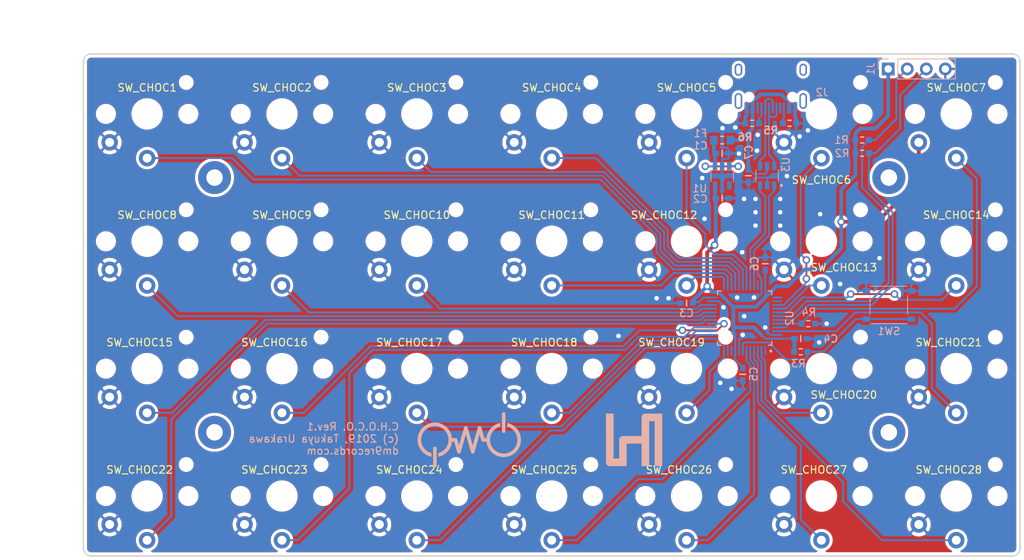
<source format=kicad_pcb>
(kicad_pcb (version 20171130) (host pcbnew "(5.1.0)-1")
  (layers (0 F.Cu signal) (31 B.Cu signal) (34 B.Paste user) (35 F.Paste user) (36 B.SilkS user) (37 F.SilkS user) (38 B.Mask user) (39 F.Mask user) (44 Edge.Cuts user))
  (net 0 "")
  (net 1 GND)
  (net 2 "Net-(C1-Pad1)")
  (net 3 +3V3)
  (net 4 VBUS)
  (net 5 /USB_IN_D+)
  (net 6 /USB_IN_D-)
  (net 7 /USB_D+)
  (net 8 /USB_D-)
  (net 9 /I2C_SDA)
  (net 10 /I2C_SCL)
  (net 11 /BOOT)
  (net 12 "Net-(R3-Pad2)")
  (net 13 /SW2)
  (net 14 /SW3)
  (net 15 /SW8)
  (net 16 /SW9)
  (net 17 /SW10)
  (net 18 /SW15)
  (net 19 /SW16)
  (net 20 "Net-(J2-PadB5)")
  (net 21 "Net-(J2-PadA5)")
  (net 22 "Net-(J2-PadS1)")
  (net 23 /SW1)
  (net 24 /SW4)
  (net 25 /SW5)
  (net 26 /SW6)
  (net 27 /SW11)
  (net 28 /SW12)
  (net 29 /SW13)
  (net 30 /SW14)
  (net 31 /SW17)
  (net 32 /SW18)
  (net 33 /SW19)
  (net 34 /SW20)
  (net 35 /SW21)
  (net 36 /SW22)
  (net 37 /SW23)
  (net 38 /SW24)
  (net 39 /SW25)
  (net 40 /SW26)
  (net 41 /SW27)
  (net 42 /SW28)
  (module dm9_silks:logo_dm9_7_5mm (layer B.Cu) (at 102 102)
    (fp_text reference G*** hide)
    (fp_text value LOGO hide)
  )
  (module dm9_silks:logo_hsgw_7_5mm (layer B.Cu) (at 124 102 180)
    (fp_text reference G*** hide)
    (fp_text value LOGO hide)
  )
  (module Housings_QFP:LQFP-48_7x7mm_Pitch0.5mm (layer B.Cu) (at 138.75 85.75 90)
    (fp_text reference U2 (at 0 6 90) (layer B.SilkS) (effects (justify mirror)))
    (fp_text value STM32F072C8Tx)
    (pad 1 smd rect (at -4.35 2.75 90) (size 1.3 0.25) (layers B.Cu B.Paste B.Mask))
    (pad 2 smd rect (at -4.35 2.25 90) (size 1.3 0.25) (layers B.Cu B.Paste B.Mask) (net 34 /SW20))
    (pad 3 smd rect (at -4.35 1.75 90) (size 1.3 0.25) (layers B.Cu B.Paste B.Mask) (net 42 /SW28))
    (pad 4 smd rect (at -4.35 1.25 90) (size 1.3 0.25) (layers B.Cu B.Paste B.Mask) (net 41 /SW27))
    (pad 5 smd rect (at -4.35 0.75 90) (size 1.3 0.25) (layers B.Cu B.Paste B.Mask) (net 40 /SW26))
    (pad 6 smd rect (at -4.35 0.25 90) (size 1.3 0.25) (layers B.Cu B.Paste B.Mask) (net 39 /SW25))
    (pad 7 smd rect (at -4.35 -0.25 90) (size 1.3 0.25) (layers B.Cu B.Paste B.Mask) (net 12 "Net-(R3-Pad2)"))
    (pad 8 smd rect (at -4.35 -0.75 90) (size 1.3 0.25) (layers B.Cu B.Paste B.Mask) (net 1 GND))
    (pad 9 smd rect (at -4.35 -1.25 90) (size 1.3 0.25) (layers B.Cu B.Paste B.Mask) (net 3 +3V3))
    (pad 10 smd rect (at -4.35 -1.75 90) (size 1.3 0.25) (layers B.Cu B.Paste B.Mask))
    (pad 11 smd rect (at -4.35 -2.25 90) (size 1.3 0.25) (layers B.Cu B.Paste B.Mask))
    (pad 12 smd rect (at -4.35 -2.75 90) (size 1.3 0.25) (layers B.Cu B.Paste B.Mask) (net 33 /SW19))
    (pad 13 smd rect (at -2.75 -4.35) (size 1.3 0.25) (layers B.Cu B.Paste B.Mask) (net 38 /SW24))
    (pad 14 smd rect (at -2.25 -4.35) (size 1.3 0.25) (layers B.Cu B.Paste B.Mask) (net 31 /SW17))
    (pad 15 smd rect (at -1.75 -4.35) (size 1.3 0.25) (layers B.Cu B.Paste B.Mask) (net 32 /SW18))
    (pad 16 smd rect (at -1.25 -4.35) (size 1.3 0.25) (layers B.Cu B.Paste B.Mask) (net 37 /SW23))
    (pad 17 smd rect (at -0.75 -4.35) (size 1.3 0.25) (layers B.Cu B.Paste B.Mask) (net 19 /SW16))
    (pad 18 smd rect (at -0.25 -4.35) (size 1.3 0.25) (layers B.Cu B.Paste B.Mask) (net 36 /SW22))
    (pad 19 smd rect (at 0.25 -4.35) (size 1.3 0.25) (layers B.Cu B.Paste B.Mask) (net 18 /SW15))
    (pad 20 smd rect (at 0.75 -4.35) (size 1.3 0.25) (layers B.Cu B.Paste B.Mask) (net 15 /SW8))
    (pad 21 smd rect (at 1.25 -4.35) (size 1.3 0.25) (layers B.Cu B.Paste B.Mask) (net 16 /SW9))
    (pad 22 smd rect (at 1.75 -4.35) (size 1.3 0.25) (layers B.Cu B.Paste B.Mask) (net 17 /SW10))
    (pad 23 smd rect (at 2.25 -4.35) (size 1.3 0.25) (layers B.Cu B.Paste B.Mask) (net 1 GND))
    (pad 24 smd rect (at 2.75 -4.35) (size 1.3 0.25) (layers B.Cu B.Paste B.Mask) (net 3 +3V3))
    (pad 25 smd rect (at 4.35 -2.75 90) (size 1.3 0.25) (layers B.Cu B.Paste B.Mask) (net 28 /SW12))
    (pad 26 smd rect (at 4.35 -2.25 90) (size 1.3 0.25) (layers B.Cu B.Paste B.Mask) (net 27 /SW11))
    (pad 27 smd rect (at 4.35 -1.75 90) (size 1.3 0.25) (layers B.Cu B.Paste B.Mask) (net 23 /SW1))
    (pad 28 smd rect (at 4.35 -1.25 90) (size 1.3 0.25) (layers B.Cu B.Paste B.Mask) (net 13 /SW2))
    (pad 29 smd rect (at 4.35 -0.75 90) (size 1.3 0.25) (layers B.Cu B.Paste B.Mask) (net 14 /SW3))
    (pad 30 smd rect (at 4.35 -0.25 90) (size 1.3 0.25) (layers B.Cu B.Paste B.Mask) (net 24 /SW4))
    (pad 31 smd rect (at 4.35 0.25 90) (size 1.3 0.25) (layers B.Cu B.Paste B.Mask) (net 25 /SW5))
    (pad 32 smd rect (at 4.35 0.75 90) (size 1.3 0.25) (layers B.Cu B.Paste B.Mask) (net 8 /USB_D-))
    (pad 33 smd rect (at 4.35 1.25 90) (size 1.3 0.25) (layers B.Cu B.Paste B.Mask) (net 7 /USB_D+))
    (pad 34 smd rect (at 4.35 1.75 90) (size 1.3 0.25) (layers B.Cu B.Paste B.Mask))
    (pad 35 smd rect (at 4.35 2.25 90) (size 1.3 0.25) (layers B.Cu B.Paste B.Mask) (net 1 GND))
    (pad 36 smd rect (at 4.35 2.75 90) (size 1.3 0.25) (layers B.Cu B.Paste B.Mask) (net 3 +3V3))
    (pad 37 smd rect (at 2.75 4.35) (size 1.3 0.25) (layers B.Cu B.Paste B.Mask))
    (pad 38 smd rect (at 2.25 4.35) (size 1.3 0.25) (layers B.Cu B.Paste B.Mask))
    (pad 39 smd rect (at 1.75 4.35) (size 1.3 0.25) (layers B.Cu B.Paste B.Mask) (net 26 /SW6))
    (pad 40 smd rect (at 1.25 4.35) (size 1.3 0.25) (layers B.Cu B.Paste B.Mask) (net 29 /SW13))
    (pad 41 smd rect (at 0.75 4.35) (size 1.3 0.25) (layers B.Cu B.Paste B.Mask) (net 30 /SW14))
    (pad 42 smd rect (at 0.25 4.35) (size 1.3 0.25) (layers B.Cu B.Paste B.Mask) (net 10 /I2C_SCL))
    (pad 43 smd rect (at -0.25 4.35) (size 1.3 0.25) (layers B.Cu B.Paste B.Mask) (net 9 /I2C_SDA))
    (pad 44 smd rect (at -0.75 4.35) (size 1.3 0.25) (layers B.Cu B.Paste B.Mask) (net 11 /BOOT))
    (pad 45 smd rect (at -1.25 4.35) (size 1.3 0.25) (layers B.Cu B.Paste B.Mask) (net 11 /BOOT))
    (pad 46 smd rect (at -1.75 4.35) (size 1.3 0.25) (layers B.Cu B.Paste B.Mask) (net 35 /SW21))
    (pad 47 smd rect (at -2.25 4.35) (size 1.3 0.25) (layers B.Cu B.Paste B.Mask) (net 1 GND))
    (pad 48 smd rect (at -2.75 4.35) (size 1.3 0.25) (layers B.Cu B.Paste B.Mask) (net 3 +3V3))
  )
  (module dm9_smd_ic:SOT-23-6 (layer B.Cu) (at 141.75 66.75 90)
    (fp_text reference U3 (at 1.5 2.5 90) (layer B.SilkS) (effects (justify mirror)))
    (fp_text value USBLC6-2SC6)
    (pad 5 smd rect (at 1.3 0 90) (size 1.1 0.6) (layers B.Cu B.Paste B.Mask) (net 4 VBUS))
    (pad 6 smd rect (at 1.3 0.95 90) (size 1.1 0.6) (layers B.Cu B.Paste B.Mask) (net 5 /USB_IN_D+))
    (pad 4 smd rect (at 1.3 -0.95 90) (size 1.1 0.6) (layers B.Cu B.Paste B.Mask) (net 6 /USB_IN_D-))
    (pad 3 smd rect (at -1.3 -0.95 90) (size 1.1 0.6) (layers B.Cu B.Paste B.Mask) (net 8 /USB_D-))
    (pad 2 smd rect (at -1.3 0 90) (size 1.1 0.6) (layers B.Cu B.Paste B.Mask) (net 1 GND))
    (pad 1 smd rect (at -1.3 0.95 90) (size 1.1 0.6) (layers B.Cu B.Paste B.Mask) (net 7 /USB_D+))
  )
  (module Socket_Strips:Socket_Strip_Straight_1x04_Pitch2.54mm (layer B.Cu) (at 157.92 52.5 270)
    (fp_text reference J1 (at 0 2.33 270) (layer B.SilkS) (effects (justify mirror)))
    (fp_text value Conn_01x04)
    (pad 1 thru_hole rect (at 0 0 270) (size 1.7 1.7) (drill 1) (layers *.Cu *.Mask) (net 3 +3V3))
    (pad 2 thru_hole oval (at 0 -2.54 270) (size 1.7 1.7) (drill 1) (layers *.Cu *.Mask) (net 10 /I2C_SCL))
    (pad 3 thru_hole oval (at 0 -5.08 270) (size 1.7 1.7) (drill 1) (layers *.Cu *.Mask) (net 9 /I2C_SDA))
    (pad 4 thru_hole oval (at 0 -7.62 270) (size 1.7 1.7) (drill 1) (layers *.Cu *.Mask) (net 1 GND))
  )
  (module dm9_rc:C1608_Hand (layer B.Cu) (at 146.25 88.5)
    (fp_text reference C4 (at 3.991 0.019) (layer B.SilkS) (effects (justify mirror)))
    (fp_text value 0.1u)
    (pad 2 smd rect (at 0.85 0) (size 0.9 0.7) (layers B.Cu B.Paste B.Mask) (net 1 GND))
    (pad 1 smd rect (at -0.85 0) (size 0.9 0.7) (layers B.Cu B.Paste B.Mask) (net 3 +3V3))
  )
  (module Mounting_Holes:MountingHole_2.2mm_M2_Pad (layer F.Cu) (at 68 101)
    (fp_text reference REF** hide)
    (fp_text value MountingHole_2.2mm_M2_Pad)
    (pad 1 thru_hole circle (at 0 0) (size 4.4 4.4) (drill 2.2) (layers *.Cu *.Mask))
  )
  (module Mounting_Holes:MountingHole_2.2mm_M2_Pad (layer F.Cu) (at 68 67)
    (fp_text reference REF** hide)
    (fp_text value MountingHole_2.2mm_M2_Pad)
    (pad 1 thru_hole circle (at 0 0) (size 4.4 4.4) (drill 2.2) (layers *.Cu *.Mask))
  )
  (module Mounting_Holes:MountingHole_2.2mm_M2_Pad (layer F.Cu) (at 158 67)
    (fp_text reference REF** hide)
    (fp_text value MountingHole_2.2mm_M2_Pad)
    (pad 1 thru_hole circle (at 0 0) (size 4.4 4.4) (drill 2.2) (layers *.Cu *.Mask))
  )
  (module Mounting_Holes:MountingHole_2.2mm_M2_Pad (layer F.Cu) (at 158 101)
    (fp_text reference REF** hide)
    (fp_text value MountingHole_2.2mm_M2_Pad)
    (pad 1 thru_hole circle (at 0 0) (size 4.4 4.4) (drill 2.2) (layers *.Cu *.Mask))
  )
  (module Type-C:HRO-TYPE-C-31-M-12-Assembly (layer B.Cu) (at 142.25 50)
    (fp_text reference J2 (at 6.848 5.626) (layer B.SilkS) (effects (justify mirror)))
    (fp_text value USB_C_12pin_Receptacle)
    (pad B1_A12 smd rect (at 3.225 7.695) (size 0.6 1.45) (layers B.Cu B.Paste B.Mask) (net 1 GND))
    (pad A1_B12 smd rect (at -3.225 7.695) (size 0.6 1.45) (layers B.Cu B.Paste B.Mask) (net 1 GND))
    (pad A9_B4 smd rect (at 2.45 7.695) (size 0.6 1.45) (layers B.Cu B.Paste B.Mask) (net 4 VBUS))
    (pad A4_B9 smd rect (at -2.45 7.695) (size 0.6 1.45) (layers B.Cu B.Paste B.Mask) (net 4 VBUS))
    (pad B8 smd rect (at -1.75 7.695) (size 0.3 1.45) (layers B.Cu B.Paste B.Mask))
    (pad B5 smd rect (at 1.75 7.695) (size 0.3 1.45) (layers B.Cu B.Paste B.Mask) (net 20 "Net-(J2-PadB5)"))
    (pad A5 smd rect (at -1.25 7.695) (size 0.3 1.45) (layers B.Cu B.Paste B.Mask) (net 21 "Net-(J2-PadA5)"))
    (pad A8 smd rect (at 1.25 7.695) (size 0.3 1.45) (layers B.Cu B.Paste B.Mask))
    (pad B7 smd rect (at -0.75 7.695) (size 0.3 1.45) (layers B.Cu B.Paste B.Mask) (net 6 /USB_IN_D-))
    (pad B6 smd rect (at 0.75 7.695) (size 0.3 1.45) (layers B.Cu B.Paste B.Mask) (net 5 /USB_IN_D+))
    (pad A7 smd rect (at 0.25 7.695) (size 0.3 1.45) (layers B.Cu B.Paste B.Mask) (net 6 /USB_IN_D-))
    (pad A6 smd rect (at -0.25 7.695) (size 0.3 1.45) (layers B.Cu B.Paste B.Mask) (net 5 /USB_IN_D+))
    (pad "" np_thru_hole circle (at 2.89 6.25) (size 0.65 0.65) (drill 0.65) (layers *.Cu *.Mask))
    (pad "" np_thru_hole circle (at -2.89 6.25) (size 0.65 0.65) (drill 0.65) (layers *.Cu *.Mask))
    (pad S1 thru_hole oval (at -4.32 6.78) (size 1 2.1) (drill oval 0.6 1.7) (layers *.Cu *.Mask) (net 22 "Net-(J2-PadS1)"))
    (pad ~ thru_hole oval (at 4.32 6.78) (size 1 2.1) (drill oval 0.6 1.7) (layers *.Cu *.Mask))
    (pad ~ thru_hole oval (at -4.32 2.6) (size 1 1.6) (drill oval 0.6 1.2) (layers *.Cu *.Mask))
    (pad ~ thru_hole oval (at 4.32 2.6) (size 1 1.6) (drill oval 0.6 1.2) (layers *.Cu *.Mask))
  )
  (module SMKJP:SW_kailh_pg1350_1u (layer F.Cu) (at 149 58.5 180)
    (fp_text reference SW_CHOC6 (at 0 -8.81 180) (layer F.SilkS))
    (fp_text value SW_Push)
    (pad "" np_thru_hole circle (at -5.22 4.2 180) (size 1.2 1.2) (drill 1.2) (layers *.Cu *.Mask))
    (pad 2 thru_hole circle (at 5 -3.8 180) (size 2.2 2.2) (drill 1.2) (layers *.Cu *.Mask) (net 1 GND))
    (pad 1 thru_hole circle (at 0 -5.9 180) (size 2.2 2.2) (drill 1.2) (layers *.Cu *.Mask) (net 26 /SW6))
    (pad "" np_thru_hole circle (at -5.5 0 180) (size 1.9 1.9) (drill 1.9) (layers *.Cu *.Mask))
    (pad "" np_thru_hole circle (at 0 0 180) (size 3.4 3.4) (drill 3.4) (layers *.Cu *.Mask))
  )
  (module dm9_rc:C1608_Hand (layer B.Cu) (at 141.5 78.5 90)
    (fp_text reference C6 (at 0.014 -1.419 90) (layer B.SilkS) (effects (font (thickness 0.1778)) (justify mirror)))
    (fp_text value 0.1u)
    (pad 2 smd rect (at 0.85 0 90) (size 0.9 0.7) (layers B.Cu B.Paste B.Mask) (net 1 GND))
    (pad 1 smd rect (at -0.85 0 90) (size 0.9 0.7) (layers B.Cu B.Paste B.Mask) (net 3 +3V3))
  )
  (module SMKJP:SW_kailh_pg1350_1u (layer F.Cu) (at 77 75.5 180)
    (fp_text reference SW_CHOC9 (at 0 3.5 180) (layer F.SilkS))
    (fp_text value SW_Push)
    (pad "" np_thru_hole circle (at 0 0 180) (size 3.4 3.4) (drill 3.4) (layers *.Cu *.Mask))
    (pad "" np_thru_hole circle (at -5.5 0 180) (size 1.9 1.9) (drill 1.9) (layers *.Cu *.Mask))
    (pad "" np_thru_hole circle (at 5.5 0 180) (size 1.9 1.9) (drill 1.9) (layers *.Cu *.Mask))
    (pad 1 thru_hole circle (at 0 -5.9 180) (size 2.2 2.2) (drill 1.2) (layers *.Cu *.Mask) (net 16 /SW9))
    (pad 2 thru_hole circle (at 5 -3.8 180) (size 2.2 2.2) (drill 1.2) (layers *.Cu *.Mask) (net 1 GND))
    (pad "" np_thru_hole circle (at -5.22 4.2 180) (size 1.2 1.2) (drill 1.2) (layers *.Cu *.Mask))
  )
  (module dm9_rc:C1608_Hand (layer B.Cu) (at 139.25 66.75 270)
    (fp_text reference C7 (at -3.123 -0.069 270) (layer B.SilkS) (effects (font (thickness 0.1778)) (justify mirror)))
    (fp_text value 0.1u)
    (pad 2 smd rect (at 0.85 0 270) (size 0.9 0.7) (layers B.Cu B.Paste B.Mask) (net 1 GND))
    (pad 1 smd rect (at -0.85 0 270) (size 0.9 0.7) (layers B.Cu B.Paste B.Mask) (net 4 VBUS))
  )
  (module SMKJP:SW_kailh_pg1350_1u (layer F.Cu) (at 95 75.5 180)
    (fp_text reference SW_CHOC10 (at 0 3.5 180) (layer F.SilkS))
    (fp_text value SW_Push)
    (pad "" np_thru_hole circle (at -5.22 4.2 180) (size 1.2 1.2) (drill 1.2) (layers *.Cu *.Mask))
    (pad 2 thru_hole circle (at 5 -3.8 180) (size 2.2 2.2) (drill 1.2) (layers *.Cu *.Mask) (net 1 GND))
    (pad 1 thru_hole circle (at 0 -5.9 180) (size 2.2 2.2) (drill 1.2) (layers *.Cu *.Mask) (net 17 /SW10))
    (pad "" np_thru_hole circle (at 5.5 0 180) (size 1.9 1.9) (drill 1.9) (layers *.Cu *.Mask))
    (pad "" np_thru_hole circle (at -5.5 0 180) (size 1.9 1.9) (drill 1.9) (layers *.Cu *.Mask))
    (pad "" np_thru_hole circle (at 0 0 180) (size 3.4 3.4) (drill 3.4) (layers *.Cu *.Mask))
  )
  (module SMKJP:SW_kailh_pg1350_1u (layer F.Cu) (at 77 58.5 180)
    (fp_text reference SW_CHOC2 (at 0 3.5 180) (layer F.SilkS))
    (fp_text value SW_Push)
    (pad "" np_thru_hole circle (at -5.22 4.2 180) (size 1.2 1.2) (drill 1.2) (layers *.Cu *.Mask))
    (pad 2 thru_hole circle (at 5 -3.8 180) (size 2.2 2.2) (drill 1.2) (layers *.Cu *.Mask) (net 1 GND))
    (pad 1 thru_hole circle (at 0 -5.9 180) (size 2.2 2.2) (drill 1.2) (layers *.Cu *.Mask) (net 13 /SW2))
    (pad "" np_thru_hole circle (at 5.5 0 180) (size 1.9 1.9) (drill 1.9) (layers *.Cu *.Mask))
    (pad "" np_thru_hole circle (at -5.5 0 180) (size 1.9 1.9) (drill 1.9) (layers *.Cu *.Mask))
    (pad "" np_thru_hole circle (at 0 0 180) (size 3.4 3.4) (drill 3.4) (layers *.Cu *.Mask))
  )
  (module dm9_rc:R1608_Hand (layer B.Cu) (at 139.75 59.75 180)
    (fp_text reference R6 (at 0.939 -1.845 180) (layer B.SilkS) (effects (font (thickness 0.2032)) (justify mirror)))
    (fp_text value 5.1k)
    (pad 1 smd rect (at -0.9 0 180) (size 0.8 0.8) (layers B.Cu B.Paste B.Mask) (net 21 "Net-(J2-PadA5)"))
    (pad 2 smd rect (at 0.9 0 180) (size 0.8 0.8) (layers B.Cu B.Paste B.Mask) (net 1 GND))
  )
  (module dm9_rc:R1608_Hand (layer B.Cu) (at 144.75 59.75)
    (fp_text reference R5 (at -2.51 0.956) (layer B.SilkS) (effects (font (thickness 0.2032)) (justify mirror)))
    (fp_text value 5.1k)
    (pad 1 smd rect (at -0.9 0) (size 0.8 0.8) (layers B.Cu B.Paste B.Mask) (net 20 "Net-(J2-PadB5)"))
    (pad 2 smd rect (at 0.9 0) (size 0.8 0.8) (layers B.Cu B.Paste B.Mask) (net 1 GND))
  )
  (module SMKJP:SW_kailh_pg1350_1u (layer F.Cu) (at 113 109.5 180)
    (fp_text reference SW_CHOC25 (at 1 3.5 180) (layer F.SilkS))
    (fp_text value SW_Push)
    (pad "" np_thru_hole circle (at 0 0 180) (size 3.4 3.4) (drill 3.4) (layers *.Cu *.Mask))
    (pad "" np_thru_hole circle (at -5.5 0 180) (size 1.9 1.9) (drill 1.9) (layers *.Cu *.Mask))
    (pad "" np_thru_hole circle (at 5.5 0 180) (size 1.9 1.9) (drill 1.9) (layers *.Cu *.Mask))
    (pad 1 thru_hole circle (at 0 -5.9 180) (size 2.2 2.2) (drill 1.2) (layers *.Cu *.Mask) (net 39 /SW25))
    (pad 2 thru_hole circle (at 5 -3.8 180) (size 2.2 2.2) (drill 1.2) (layers *.Cu *.Mask) (net 1 GND))
    (pad "" np_thru_hole circle (at -5.22 4.2 180) (size 1.2 1.2) (drill 1.2) (layers *.Cu *.Mask))
  )
  (module dm9_rc:C1608_Hand (layer B.Cu) (at 135.75 63.75)
    (fp_text reference C1 (at -2.908 -1.012) (layer B.SilkS) (effects (justify mirror)))
    (fp_text value 1u)
    (pad 2 smd rect (at 0.85 0) (size 0.9 0.7) (layers B.Cu B.Paste B.Mask) (net 1 GND))
    (pad 1 smd rect (at -0.85 0) (size 0.9 0.7) (layers B.Cu B.Paste B.Mask) (net 2 "Net-(C1-Pad1)"))
  )
  (module dm9_rc:C1608_Hand (layer B.Cu) (at 135.75 69.75)
    (fp_text reference C2 (at -2.908 0.1) (layer B.SilkS) (effects (justify mirror)))
    (fp_text value 1u)
    (pad 1 smd rect (at -0.85 0) (size 0.9 0.7) (layers B.Cu B.Paste B.Mask) (net 3 +3V3))
    (pad 2 smd rect (at 0.85 0) (size 0.9 0.7) (layers B.Cu B.Paste B.Mask) (net 1 GND))
  )
  (module dm9_rc:C1608_Hand (layer B.Cu) (at 131 83.75 180)
    (fp_text reference C3 (at 0 -1.34 180) (layer B.SilkS) (effects (justify mirror)))
    (fp_text value 0.1u)
    (pad 1 smd rect (at -0.85 0 180) (size 0.9 0.7) (layers B.Cu B.Paste B.Mask) (net 3 +3V3))
    (pad 2 smd rect (at 0.85 0 180) (size 0.9 0.7) (layers B.Cu B.Paste B.Mask) (net 1 GND))
  )
  (module dm9_rc:C2012_hand (layer B.Cu) (at 135.75 62 90)
    (fp_text reference F1 (at 0.913 -2.908) (layer B.SilkS) (effects (justify mirror)))
    (fp_text value 100mA)
    (pad 1 smd rect (at 0 -1.1 90) (size 1.2 1) (layers B.Cu B.Paste B.Mask) (net 2 "Net-(C1-Pad1)"))
    (pad 2 smd rect (at 0 1.1 90) (size 1.2 1) (layers B.Cu B.Paste B.Mask) (net 4 VBUS))
  )
  (module dm9_rc:R1608_Hand (layer B.Cu) (at 154.432 61.976)
    (fp_text reference R1 (at -2.758 0) (layer B.SilkS) (effects (justify mirror)))
    (fp_text value I2C)
    (pad 2 smd rect (at 0.9 0) (size 0.8 0.8) (layers B.Cu B.Paste B.Mask) (net 10 /I2C_SCL))
    (pad 1 smd rect (at -0.9 0) (size 0.8 0.8) (layers B.Cu B.Paste B.Mask) (net 3 +3V3))
  )
  (module dm9_rc:R1608_Hand (layer B.Cu) (at 154.432 63.754)
    (fp_text reference R2 (at -2.667 0) (layer B.SilkS) (effects (justify mirror)))
    (fp_text value I2C)
    (pad 1 smd rect (at -0.9 0) (size 0.8 0.8) (layers B.Cu B.Paste B.Mask) (net 3 +3V3))
    (pad 2 smd rect (at 0.9 0) (size 0.8 0.8) (layers B.Cu B.Paste B.Mask) (net 9 /I2C_SDA))
  )
  (module SMKJP:SW_kailh_pg1350_1u (layer F.Cu) (at 59 58.5 180)
    (fp_text reference SW_CHOC1 (at 0 3.5 180) (layer F.SilkS))
    (fp_text value SW_Push)
    (pad "" np_thru_hole circle (at 0 0 180) (size 3.4 3.4) (drill 3.4) (layers *.Cu *.Mask))
    (pad "" np_thru_hole circle (at -5.5 0 180) (size 1.9 1.9) (drill 1.9) (layers *.Cu *.Mask))
    (pad "" np_thru_hole circle (at 5.5 0 180) (size 1.9 1.9) (drill 1.9) (layers *.Cu *.Mask))
    (pad 1 thru_hole circle (at 0 -5.9 180) (size 2.2 2.2) (drill 1.2) (layers *.Cu *.Mask) (net 23 /SW1))
    (pad 2 thru_hole circle (at 5 -3.8 180) (size 2.2 2.2) (drill 1.2) (layers *.Cu *.Mask) (net 1 GND))
    (pad "" np_thru_hole circle (at -5.22 4.2 180) (size 1.2 1.2) (drill 1.2) (layers *.Cu *.Mask))
  )
  (module SMKJP:SW_kailh_pg1350_1u (layer F.Cu) (at 95 58.5 180)
    (fp_text reference SW_CHOC3 (at 0 3.5 180) (layer F.SilkS))
    (fp_text value SW_Push)
    (pad "" np_thru_hole circle (at 0 0 180) (size 3.4 3.4) (drill 3.4) (layers *.Cu *.Mask))
    (pad "" np_thru_hole circle (at -5.5 0 180) (size 1.9 1.9) (drill 1.9) (layers *.Cu *.Mask))
    (pad "" np_thru_hole circle (at 5.5 0 180) (size 1.9 1.9) (drill 1.9) (layers *.Cu *.Mask))
    (pad 1 thru_hole circle (at 0 -5.9 180) (size 2.2 2.2) (drill 1.2) (layers *.Cu *.Mask) (net 14 /SW3))
    (pad 2 thru_hole circle (at 5 -3.8 180) (size 2.2 2.2) (drill 1.2) (layers *.Cu *.Mask) (net 1 GND))
    (pad "" np_thru_hole circle (at -5.22 4.2 180) (size 1.2 1.2) (drill 1.2) (layers *.Cu *.Mask))
  )
  (module SMKJP:SW_kailh_pg1350_1u (layer F.Cu) (at 113 58.5 180)
    (fp_text reference SW_CHOC4 (at 0 3.5 180) (layer F.SilkS))
    (fp_text value SW_Push)
    (pad "" np_thru_hole circle (at -5.22 4.2 180) (size 1.2 1.2) (drill 1.2) (layers *.Cu *.Mask))
    (pad 2 thru_hole circle (at 5 -3.8 180) (size 2.2 2.2) (drill 1.2) (layers *.Cu *.Mask) (net 1 GND))
    (pad 1 thru_hole circle (at 0 -5.9 180) (size 2.2 2.2) (drill 1.2) (layers *.Cu *.Mask) (net 24 /SW4))
    (pad "" np_thru_hole circle (at 5.5 0 180) (size 1.9 1.9) (drill 1.9) (layers *.Cu *.Mask))
    (pad "" np_thru_hole circle (at -5.5 0 180) (size 1.9 1.9) (drill 1.9) (layers *.Cu *.Mask))
    (pad "" np_thru_hole circle (at 0 0 180) (size 3.4 3.4) (drill 3.4) (layers *.Cu *.Mask))
  )
  (module SMKJP:SW_kailh_pg1350_1u (layer F.Cu) (at 131 58.5 180)
    (fp_text reference SW_CHOC5 (at 0 3.5 180) (layer F.SilkS))
    (fp_text value SW_Push)
    (pad "" np_thru_hole circle (at 0 0 180) (size 3.4 3.4) (drill 3.4) (layers *.Cu *.Mask))
    (pad "" np_thru_hole circle (at -5.5 0 180) (size 1.9 1.9) (drill 1.9) (layers *.Cu *.Mask))
    (pad "" np_thru_hole circle (at 5.5 0 180) (size 1.9 1.9) (drill 1.9) (layers *.Cu *.Mask))
    (pad 1 thru_hole circle (at 0 -5.9 180) (size 2.2 2.2) (drill 1.2) (layers *.Cu *.Mask) (net 25 /SW5))
    (pad 2 thru_hole circle (at 5 -3.8 180) (size 2.2 2.2) (drill 1.2) (layers *.Cu *.Mask) (net 1 GND))
    (pad "" np_thru_hole circle (at -5.22 4.2 180) (size 1.2 1.2) (drill 1.2) (layers *.Cu *.Mask))
  )
  (module SMKJP:SW_kailh_pg1350_1u (layer F.Cu) (at 167 58.5 180)
    (fp_text reference SW_CHOC7 (at 0 3.5 180) (layer F.SilkS))
    (fp_text value SW_Push)
    (pad "" np_thru_hole circle (at 0 0 180) (size 3.4 3.4) (drill 3.4) (layers *.Cu *.Mask))
    (pad "" np_thru_hole circle (at -5.5 0 180) (size 1.9 1.9) (drill 1.9) (layers *.Cu *.Mask))
    (pad "" np_thru_hole circle (at 5.5 0 180) (size 1.9 1.9) (drill 1.9) (layers *.Cu *.Mask))
    (pad 1 thru_hole circle (at 0 -5.9 180) (size 2.2 2.2) (drill 1.2) (layers *.Cu *.Mask) (net 11 /BOOT))
    (pad 2 thru_hole circle (at 5 -3.8 180) (size 2.2 2.2) (drill 1.2) (layers *.Cu *.Mask) (net 3 +3V3))
    (pad "" np_thru_hole circle (at -5.22 4.2 180) (size 1.2 1.2) (drill 1.2) (layers *.Cu *.Mask))
  )
  (module SMKJP:SW_kailh_pg1350_1u (layer F.Cu) (at 59 75.5 180)
    (fp_text reference SW_CHOC8 (at 0 3.5 180) (layer F.SilkS))
    (fp_text value SW_Push)
    (pad "" np_thru_hole circle (at -5.22 4.2 180) (size 1.2 1.2) (drill 1.2) (layers *.Cu *.Mask))
    (pad 2 thru_hole circle (at 5 -3.8 180) (size 2.2 2.2) (drill 1.2) (layers *.Cu *.Mask) (net 1 GND))
    (pad 1 thru_hole circle (at 0 -5.9 180) (size 2.2 2.2) (drill 1.2) (layers *.Cu *.Mask) (net 15 /SW8))
    (pad "" np_thru_hole circle (at 5.5 0 180) (size 1.9 1.9) (drill 1.9) (layers *.Cu *.Mask))
    (pad "" np_thru_hole circle (at -5.5 0 180) (size 1.9 1.9) (drill 1.9) (layers *.Cu *.Mask))
    (pad "" np_thru_hole circle (at 0 0 180) (size 3.4 3.4) (drill 3.4) (layers *.Cu *.Mask))
  )
  (module SMKJP:SW_kailh_pg1350_1u (layer F.Cu) (at 113 75.5 180)
    (fp_text reference SW_CHOC11 (at 0 3.5 180) (layer F.SilkS))
    (fp_text value SW_Push)
    (pad "" np_thru_hole circle (at 0 0 180) (size 3.4 3.4) (drill 3.4) (layers *.Cu *.Mask))
    (pad "" np_thru_hole circle (at -5.5 0 180) (size 1.9 1.9) (drill 1.9) (layers *.Cu *.Mask))
    (pad "" np_thru_hole circle (at 5.5 0 180) (size 1.9 1.9) (drill 1.9) (layers *.Cu *.Mask))
    (pad 1 thru_hole circle (at 0 -5.9 180) (size 2.2 2.2) (drill 1.2) (layers *.Cu *.Mask) (net 27 /SW11))
    (pad 2 thru_hole circle (at 5 -3.8 180) (size 2.2 2.2) (drill 1.2) (layers *.Cu *.Mask) (net 1 GND))
    (pad "" np_thru_hole circle (at -5.22 4.2 180) (size 1.2 1.2) (drill 1.2) (layers *.Cu *.Mask))
  )
  (module SMKJP:SW_kailh_pg1350_1u (layer F.Cu) (at 131 75.5 180)
    (fp_text reference SW_CHOC12 (at 3 3.5 180) (layer F.SilkS))
    (fp_text value SW_Push)
    (pad "" np_thru_hole circle (at 0 0 180) (size 3.4 3.4) (drill 3.4) (layers *.Cu *.Mask))
    (pad "" np_thru_hole circle (at -5.5 0 180) (size 1.9 1.9) (drill 1.9) (layers *.Cu *.Mask))
    (pad "" np_thru_hole circle (at 5.5 0 180) (size 1.9 1.9) (drill 1.9) (layers *.Cu *.Mask))
    (pad 1 thru_hole circle (at 0 -5.9 180) (size 2.2 2.2) (drill 1.2) (layers *.Cu *.Mask) (net 28 /SW12))
    (pad 2 thru_hole circle (at 5 -3.8 180) (size 2.2 2.2) (drill 1.2) (layers *.Cu *.Mask) (net 1 GND))
    (pad "" np_thru_hole circle (at -5.22 4.2 180) (size 1.2 1.2) (drill 1.2) (layers *.Cu *.Mask))
  )
  (module SMKJP:SW_kailh_pg1350_1u (layer F.Cu) (at 149 75.5 180)
    (fp_text reference SW_CHOC13 (at -3 -3.5 180) (layer F.SilkS))
    (fp_text value SW_Push)
    (pad "" np_thru_hole circle (at -5.22 4.2 180) (size 1.2 1.2) (drill 1.2) (layers *.Cu *.Mask))
    (pad 2 thru_hole circle (at 5 -3.8 180) (size 2.2 2.2) (drill 1.2) (layers *.Cu *.Mask) (net 1 GND))
    (pad 1 thru_hole circle (at 0 -5.9 180) (size 2.2 2.2) (drill 1.2) (layers *.Cu *.Mask) (net 29 /SW13))
    (pad "" np_thru_hole circle (at 5.5 0 180) (size 1.9 1.9) (drill 1.9) (layers *.Cu *.Mask))
    (pad "" np_thru_hole circle (at -5.5 0 180) (size 1.9 1.9) (drill 1.9) (layers *.Cu *.Mask))
    (pad "" np_thru_hole circle (at 0 0 180) (size 3.4 3.4) (drill 3.4) (layers *.Cu *.Mask))
  )
  (module SMKJP:SW_kailh_pg1350_1u (layer F.Cu) (at 167 75.5 180)
    (fp_text reference SW_CHOC14 (at 0 3.5 180) (layer F.SilkS))
    (fp_text value SW_Push)
    (pad "" np_thru_hole circle (at 0 0 180) (size 3.4 3.4) (drill 3.4) (layers *.Cu *.Mask))
    (pad "" np_thru_hole circle (at -5.5 0 180) (size 1.9 1.9) (drill 1.9) (layers *.Cu *.Mask))
    (pad "" np_thru_hole circle (at 5.5 0 180) (size 1.9 1.9) (drill 1.9) (layers *.Cu *.Mask))
    (pad 1 thru_hole circle (at 0 -5.9 180) (size 2.2 2.2) (drill 1.2) (layers *.Cu *.Mask) (net 30 /SW14))
    (pad 2 thru_hole circle (at 5 -3.8 180) (size 2.2 2.2) (drill 1.2) (layers *.Cu *.Mask) (net 1 GND))
    (pad "" np_thru_hole circle (at -5.22 4.2 180) (size 1.2 1.2) (drill 1.2) (layers *.Cu *.Mask))
  )
  (module SMKJP:SW_kailh_pg1350_1u (layer F.Cu) (at 59 92.5 180)
    (fp_text reference SW_CHOC15 (at 1 3.5 180) (layer F.SilkS))
    (fp_text value SW_Push)
    (pad "" np_thru_hole circle (at -5.22 4.2 180) (size 1.2 1.2) (drill 1.2) (layers *.Cu *.Mask))
    (pad 2 thru_hole circle (at 5 -3.8 180) (size 2.2 2.2) (drill 1.2) (layers *.Cu *.Mask) (net 1 GND))
    (pad 1 thru_hole circle (at 0 -5.9 180) (size 2.2 2.2) (drill 1.2) (layers *.Cu *.Mask) (net 18 /SW15))
    (pad "" np_thru_hole circle (at 5.5 0 180) (size 1.9 1.9) (drill 1.9) (layers *.Cu *.Mask))
    (pad "" np_thru_hole circle (at -5.5 0 180) (size 1.9 1.9) (drill 1.9) (layers *.Cu *.Mask))
    (pad "" np_thru_hole circle (at 0 0 180) (size 3.4 3.4) (drill 3.4) (layers *.Cu *.Mask))
  )
  (module SMKJP:SW_kailh_pg1350_1u (layer F.Cu) (at 77 92.5 180)
    (fp_text reference SW_CHOC16 (at 1 3.5 180) (layer F.SilkS))
    (fp_text value SW_Push)
    (pad "" np_thru_hole circle (at -5.22 4.2 180) (size 1.2 1.2) (drill 1.2) (layers *.Cu *.Mask))
    (pad 2 thru_hole circle (at 5 -3.8 180) (size 2.2 2.2) (drill 1.2) (layers *.Cu *.Mask) (net 1 GND))
    (pad 1 thru_hole circle (at 0 -5.9 180) (size 2.2 2.2) (drill 1.2) (layers *.Cu *.Mask) (net 19 /SW16))
    (pad "" np_thru_hole circle (at 5.5 0 180) (size 1.9 1.9) (drill 1.9) (layers *.Cu *.Mask))
    (pad "" np_thru_hole circle (at -5.5 0 180) (size 1.9 1.9) (drill 1.9) (layers *.Cu *.Mask))
    (pad "" np_thru_hole circle (at 0 0 180) (size 3.4 3.4) (drill 3.4) (layers *.Cu *.Mask))
  )
  (module SMKJP:SW_kailh_pg1350_1u (layer F.Cu) (at 95 92.5 180)
    (fp_text reference SW_CHOC17 (at 1 3.5 180) (layer F.SilkS))
    (fp_text value SW_Push)
    (pad "" np_thru_hole circle (at 0 0 180) (size 3.4 3.4) (drill 3.4) (layers *.Cu *.Mask))
    (pad "" np_thru_hole circle (at -5.5 0 180) (size 1.9 1.9) (drill 1.9) (layers *.Cu *.Mask))
    (pad "" np_thru_hole circle (at 5.5 0 180) (size 1.9 1.9) (drill 1.9) (layers *.Cu *.Mask))
    (pad 1 thru_hole circle (at 0 -5.9 180) (size 2.2 2.2) (drill 1.2) (layers *.Cu *.Mask) (net 31 /SW17))
    (pad 2 thru_hole circle (at 5 -3.8 180) (size 2.2 2.2) (drill 1.2) (layers *.Cu *.Mask) (net 1 GND))
    (pad "" np_thru_hole circle (at -5.22 4.2 180) (size 1.2 1.2) (drill 1.2) (layers *.Cu *.Mask))
  )
  (module SMKJP:SW_kailh_pg1350_1u (layer F.Cu) (at 113 92.5 180)
    (fp_text reference SW_CHOC18 (at 1 3.5 180) (layer F.SilkS))
    (fp_text value SW_Push)
    (pad "" np_thru_hole circle (at -5.22 4.2 180) (size 1.2 1.2) (drill 1.2) (layers *.Cu *.Mask))
    (pad 2 thru_hole circle (at 5 -3.8 180) (size 2.2 2.2) (drill 1.2) (layers *.Cu *.Mask) (net 1 GND))
    (pad 1 thru_hole circle (at 0 -5.9 180) (size 2.2 2.2) (drill 1.2) (layers *.Cu *.Mask) (net 32 /SW18))
    (pad "" np_thru_hole circle (at 5.5 0 180) (size 1.9 1.9) (drill 1.9) (layers *.Cu *.Mask))
    (pad "" np_thru_hole circle (at -5.5 0 180) (size 1.9 1.9) (drill 1.9) (layers *.Cu *.Mask))
    (pad "" np_thru_hole circle (at 0 0 180) (size 3.4 3.4) (drill 3.4) (layers *.Cu *.Mask))
  )
  (module SMKJP:SW_kailh_pg1350_1u (layer F.Cu) (at 131 92.5 180)
    (fp_text reference SW_CHOC19 (at 2 3.5 180) (layer F.SilkS))
    (fp_text value SW_Push)
    (pad "" np_thru_hole circle (at 0 0 180) (size 3.4 3.4) (drill 3.4) (layers *.Cu *.Mask))
    (pad "" np_thru_hole circle (at -5.5 0 180) (size 1.9 1.9) (drill 1.9) (layers *.Cu *.Mask))
    (pad "" np_thru_hole circle (at 5.5 0 180) (size 1.9 1.9) (drill 1.9) (layers *.Cu *.Mask))
    (pad 1 thru_hole circle (at 0 -5.9 180) (size 2.2 2.2) (drill 1.2) (layers *.Cu *.Mask) (net 33 /SW19))
    (pad 2 thru_hole circle (at 5 -3.8 180) (size 2.2 2.2) (drill 1.2) (layers *.Cu *.Mask) (net 1 GND))
    (pad "" np_thru_hole circle (at -5.22 4.2 180) (size 1.2 1.2) (drill 1.2) (layers *.Cu *.Mask))
  )
  (module SMKJP:SW_kailh_pg1350_1u (layer F.Cu) (at 149 92.5 180)
    (fp_text reference SW_CHOC20 (at -3 -3.5 180) (layer F.SilkS))
    (fp_text value SW_Push)
    (pad "" np_thru_hole circle (at -5.22 4.2 180) (size 1.2 1.2) (drill 1.2) (layers *.Cu *.Mask))
    (pad 2 thru_hole circle (at 5 -3.8 180) (size 2.2 2.2) (drill 1.2) (layers *.Cu *.Mask) (net 1 GND))
    (pad 1 thru_hole circle (at 0 -5.9 180) (size 2.2 2.2) (drill 1.2) (layers *.Cu *.Mask) (net 34 /SW20))
    (pad "" np_thru_hole circle (at 5.5 0 180) (size 1.9 1.9) (drill 1.9) (layers *.Cu *.Mask))
    (pad "" np_thru_hole circle (at -5.5 0 180) (size 1.9 1.9) (drill 1.9) (layers *.Cu *.Mask))
    (pad "" np_thru_hole circle (at 0 0 180) (size 3.4 3.4) (drill 3.4) (layers *.Cu *.Mask))
  )
  (module SMKJP:SW_kailh_pg1350_1u (layer F.Cu) (at 167 92.5 180)
    (fp_text reference SW_CHOC21 (at 1 3.5 180) (layer F.SilkS))
    (fp_text value SW_Push)
    (pad "" np_thru_hole circle (at -5.22 4.2 180) (size 1.2 1.2) (drill 1.2) (layers *.Cu *.Mask))
    (pad 2 thru_hole circle (at 5 -3.8 180) (size 2.2 2.2) (drill 1.2) (layers *.Cu *.Mask) (net 1 GND))
    (pad 1 thru_hole circle (at 0 -5.9 180) (size 2.2 2.2) (drill 1.2) (layers *.Cu *.Mask) (net 35 /SW21))
    (pad "" np_thru_hole circle (at 5.5 0 180) (size 1.9 1.9) (drill 1.9) (layers *.Cu *.Mask))
    (pad "" np_thru_hole circle (at -5.5 0 180) (size 1.9 1.9) (drill 1.9) (layers *.Cu *.Mask))
    (pad "" np_thru_hole circle (at 0 0 180) (size 3.4 3.4) (drill 3.4) (layers *.Cu *.Mask))
  )
  (module SMKJP:SW_kailh_pg1350_1u (layer F.Cu) (at 59 109.5 180)
    (fp_text reference SW_CHOC22 (at 1 3.5 180) (layer F.SilkS))
    (fp_text value SW_Push)
    (pad "" np_thru_hole circle (at -5.22 4.2 180) (size 1.2 1.2) (drill 1.2) (layers *.Cu *.Mask))
    (pad 2 thru_hole circle (at 5 -3.8 180) (size 2.2 2.2) (drill 1.2) (layers *.Cu *.Mask) (net 1 GND))
    (pad 1 thru_hole circle (at 0 -5.9 180) (size 2.2 2.2) (drill 1.2) (layers *.Cu *.Mask) (net 36 /SW22))
    (pad "" np_thru_hole circle (at 5.5 0 180) (size 1.9 1.9) (drill 1.9) (layers *.Cu *.Mask))
    (pad "" np_thru_hole circle (at -5.5 0 180) (size 1.9 1.9) (drill 1.9) (layers *.Cu *.Mask))
    (pad "" np_thru_hole circle (at 0 0 180) (size 3.4 3.4) (drill 3.4) (layers *.Cu *.Mask))
  )
  (module SMKJP:SW_kailh_pg1350_1u (layer F.Cu) (at 77 109.5 180)
    (fp_text reference SW_CHOC23 (at 1 3.5 180) (layer F.SilkS))
    (fp_text value SW_Push)
    (pad "" np_thru_hole circle (at 0 0 180) (size 3.4 3.4) (drill 3.4) (layers *.Cu *.Mask))
    (pad "" np_thru_hole circle (at -5.5 0 180) (size 1.9 1.9) (drill 1.9) (layers *.Cu *.Mask))
    (pad "" np_thru_hole circle (at 5.5 0 180) (size 1.9 1.9) (drill 1.9) (layers *.Cu *.Mask))
    (pad 1 thru_hole circle (at 0 -5.9 180) (size 2.2 2.2) (drill 1.2) (layers *.Cu *.Mask) (net 37 /SW23))
    (pad 2 thru_hole circle (at 5 -3.8 180) (size 2.2 2.2) (drill 1.2) (layers *.Cu *.Mask) (net 1 GND))
    (pad "" np_thru_hole circle (at -5.22 4.2 180) (size 1.2 1.2) (drill 1.2) (layers *.Cu *.Mask))
  )
  (module SMKJP:SW_kailh_pg1350_1u (layer F.Cu) (at 95 109.5 180)
    (fp_text reference SW_CHOC24 (at 1 3.5 180) (layer F.SilkS))
    (fp_text value SW_Push)
    (pad "" np_thru_hole circle (at -5.22 4.2 180) (size 1.2 1.2) (drill 1.2) (layers *.Cu *.Mask))
    (pad 2 thru_hole circle (at 5 -3.8 180) (size 2.2 2.2) (drill 1.2) (layers *.Cu *.Mask) (net 1 GND))
    (pad 1 thru_hole circle (at 0 -5.9 180) (size 2.2 2.2) (drill 1.2) (layers *.Cu *.Mask) (net 38 /SW24))
    (pad "" np_thru_hole circle (at 5.5 0 180) (size 1.9 1.9) (drill 1.9) (layers *.Cu *.Mask))
    (pad "" np_thru_hole circle (at -5.5 0 180) (size 1.9 1.9) (drill 1.9) (layers *.Cu *.Mask))
    (pad "" np_thru_hole circle (at 0 0 180) (size 3.4 3.4) (drill 3.4) (layers *.Cu *.Mask))
  )
  (module SMKJP:SW_kailh_pg1350_1u (layer F.Cu) (at 131 109.5 180)
    (fp_text reference SW_CHOC26 (at 1 3.5 180) (layer F.SilkS))
    (fp_text value SW_Push)
    (pad "" np_thru_hole circle (at -5.22 4.2 180) (size 1.2 1.2) (drill 1.2) (layers *.Cu *.Mask))
    (pad 2 thru_hole circle (at 5 -3.8 180) (size 2.2 2.2) (drill 1.2) (layers *.Cu *.Mask) (net 1 GND))
    (pad 1 thru_hole circle (at 0 -5.9 180) (size 2.2 2.2) (drill 1.2) (layers *.Cu *.Mask) (net 40 /SW26))
    (pad "" np_thru_hole circle (at 5.5 0 180) (size 1.9 1.9) (drill 1.9) (layers *.Cu *.Mask))
    (pad "" np_thru_hole circle (at -5.5 0 180) (size 1.9 1.9) (drill 1.9) (layers *.Cu *.Mask))
    (pad "" np_thru_hole circle (at 0 0 180) (size 3.4 3.4) (drill 3.4) (layers *.Cu *.Mask))
  )
  (module SMKJP:SW_kailh_pg1350_1u (layer F.Cu) (at 149 109.5 180)
    (fp_text reference SW_CHOC27 (at 1 3.5 180) (layer F.SilkS))
    (fp_text value SW_Push)
    (pad "" np_thru_hole circle (at 0 0 180) (size 3.4 3.4) (drill 3.4) (layers *.Cu *.Mask))
    (pad "" np_thru_hole circle (at -5.5 0 180) (size 1.9 1.9) (drill 1.9) (layers *.Cu *.Mask))
    (pad "" np_thru_hole circle (at 5.5 0 180) (size 1.9 1.9) (drill 1.9) (layers *.Cu *.Mask))
    (pad 1 thru_hole circle (at 0 -5.9 180) (size 2.2 2.2) (drill 1.2) (layers *.Cu *.Mask) (net 41 /SW27))
    (pad 2 thru_hole circle (at 5 -3.8 180) (size 2.2 2.2) (drill 1.2) (layers *.Cu *.Mask) (net 1 GND))
    (pad "" np_thru_hole circle (at -5.22 4.2 180) (size 1.2 1.2) (drill 1.2) (layers *.Cu *.Mask))
  )
  (module SMKJP:SW_kailh_pg1350_1u (layer F.Cu) (at 167 109.5 180)
    (fp_text reference SW_CHOC28 (at 1 3.5 180) (layer F.SilkS))
    (fp_text value SW_Push)
    (pad "" np_thru_hole circle (at 0 0 180) (size 3.4 3.4) (drill 3.4) (layers *.Cu *.Mask))
    (pad "" np_thru_hole circle (at -5.5 0 180) (size 1.9 1.9) (drill 1.9) (layers *.Cu *.Mask))
    (pad "" np_thru_hole circle (at 5.5 0 180) (size 1.9 1.9) (drill 1.9) (layers *.Cu *.Mask))
    (pad 1 thru_hole circle (at 0 -5.9 180) (size 2.2 2.2) (drill 1.2) (layers *.Cu *.Mask) (net 42 /SW28))
    (pad 2 thru_hole circle (at 5 -3.8 180) (size 2.2 2.2) (drill 1.2) (layers *.Cu *.Mask) (net 1 GND))
    (pad "" np_thru_hole circle (at -5.22 4.2 180) (size 1.2 1.2) (drill 1.2) (layers *.Cu *.Mask))
  )
  (module dm9_smd_ic:SOT-23-5 (layer B.Cu) (at 135.75 66.75 270)
    (fp_text reference U1 (at 1.703 3) (layer B.SilkS) (effects (justify mirror)))
    (fp_text value TLV73333PDBVR)
    (pad 1 smd rect (at -1.3 0.95 270) (size 1.1 0.6) (layers B.Cu B.Paste B.Mask) (net 2 "Net-(C1-Pad1)"))
    (pad 2 smd rect (at -1.3 0 270) (size 1.1 0.6) (layers B.Cu B.Paste B.Mask) (net 1 GND))
    (pad 3 smd rect (at -1.3 -0.95 270) (size 1.1 0.6) (layers B.Cu B.Paste B.Mask) (net 2 "Net-(C1-Pad1)"))
    (pad 4 smd rect (at 1.3 -0.95 270) (size 1.1 0.6) (layers B.Cu B.Paste B.Mask))
    (pad 5 smd rect (at 1.3 0.95 270) (size 1.1 0.6) (layers B.Cu B.Paste B.Mask) (net 3 +3V3))
  )
  (module dm9_rc:C1608_Hand (layer B.Cu) (at 138.5 93.25 270)
    (fp_text reference C5 (at -0.032 -1.454 90) (layer B.SilkS) (effects (justify mirror)))
    (fp_text value 0.1u)
    (pad 1 smd rect (at -0.85 0 270) (size 0.9 0.7) (layers B.Cu B.Paste B.Mask) (net 3 +3V3))
    (pad 2 smd rect (at 0.85 0 270) (size 0.9 0.7) (layers B.Cu B.Paste B.Mask) (net 1 GND))
  )
  (module dm9_rc:R1608_Hand (layer B.Cu) (at 146.25 90.25)
    (fp_text reference R3 (at -0.327 1.571) (layer B.SilkS) (effects (justify mirror)))
    (fp_text value 10k)
    (pad 1 smd rect (at -0.9 0) (size 0.8 0.8) (layers B.Cu B.Paste B.Mask) (net 3 +3V3))
    (pad 2 smd rect (at 0.9 0) (size 0.8 0.8) (layers B.Cu B.Paste B.Mask) (net 12 "Net-(R3-Pad2)"))
  )
  (module dm9_rc:R1608_Hand (layer B.Cu) (at 147.25 86.5)
    (fp_text reference R4 (at 0.07 -1.537) (layer B.SilkS) (effects (justify mirror)))
    (fp_text value 10k)
    (pad 2 smd rect (at 0.9 0) (size 0.8 0.8) (layers B.Cu B.Paste B.Mask) (net 1 GND))
    (pad 1 smd rect (at -0.9 0) (size 0.8 0.8) (layers B.Cu B.Paste B.Mask) (net 11 /BOOT))
  )
  (module dm9_switches:TACT_5.1x5.1 (layer B.Cu) (at 158 84 180)
    (fp_text reference SW1 (at 0 -3.5 180) (layer B.SilkS) (effects (justify mirror)))
    (fp_text value SW_Push)
    (pad 1 smd rect (at -3 1.875 180) (size 1 0.75) (layers B.Cu B.Paste B.Mask) (net 1 GND))
    (pad 2 smd rect (at 3 -1.875 180) (size 1 0.75) (layers B.Cu B.Paste B.Mask) (net 12 "Net-(R3-Pad2)"))
    (pad 1 smd rect (at 3 1.875 180) (size 1 0.75) (layers B.Cu B.Paste B.Mask) (net 1 GND))
    (pad 2 smd rect (at -3 -1.875 180) (size 1 0.75) (layers B.Cu B.Paste B.Mask) (net 12 "Net-(R3-Pad2)"))
  )
  (gr_arc (start 51.5 51.5) (end 51.5 50.5) (angle -90) (layer Edge.Cuts) (width 0.2))
  (gr_arc (start 51.5 116.5) (end 50.5 116.5) (angle -90) (layer Edge.Cuts) (width 0.2))
  (gr_arc (start 174.5 116.5) (end 174.5 117.5) (angle -90) (layer Edge.Cuts) (width 0.2))
  (gr_arc (start 174.5 51.5) (end 175.5 51.5) (angle -90) (layer Edge.Cuts) (width 0.2))
  (gr_text "C.H.O.C.O. Rev.1\n(c) 2019, Takuya Urakawa\ndm9records.com" (at 92.71 101.854) (layer B.SilkS) (effects (font (size 1 1)) (justify left mirror)))
  (gr_line (start 174.5 50.5) (end 51.5 50.5) (layer Edge.Cuts) (width 0.2))
  (gr_line (start 175.5 116.5) (end 175.5 51.5) (layer Edge.Cuts) (width 0.2))
  (gr_line (start 51.5 117.5) (end 174.5 117.5) (layer Edge.Cuts) (width 0.2))
  (gr_line (start 50.5 51.5) (end 50.5 116.5) (layer Edge.Cuts) (width 0.2))
  (via (at 135.931794 84.318206) (size 1) (drill 0.6) (layers F.Cu B.Cu) (net 1))
  (segment (start 135.3 83.5) (end 135.931794 84.131794) (width 0.25) (layer B.Cu) (net 1))
  (segment (start 135.931794 84.131794) (end 135.931794 84.318206) (width 0.25) (layer B.Cu) (net 1))
  (segment (start 134.4 83.5) (end 135.3 83.5) (width 0.25) (layer B.Cu) (net 1))
  (via (at 141.5 87) (size 1) (drill 0.6) (layers F.Cu B.Cu) (net 1))
  (segment (start 141.5 87.3) (end 141.5 87) (width 0.25) (layer B.Cu) (net 1))
  (segment (start 143.1 88) (end 142.2 88) (width 0.25) (layer B.Cu) (net 1))
  (segment (start 142.2 88) (end 141.5 87.3) (width 0.25) (layer B.Cu) (net 1))
  (segment (start 141 80.5) (end 140.5 80) (width 0.25) (layer B.Cu) (net 1))
  (segment (start 141 81.4) (end 141 80.5) (width 0.25) (layer B.Cu) (net 1))
  (segment (start 140.5 80) (end 140.5 78) (width 0.25) (layer B.Cu) (net 1))
  (segment (start 140.85 77.65) (end 141.5 77.65) (width 0.25) (layer B.Cu) (net 1))
  (segment (start 140.5 78) (end 140.85 77.65) (width 0.25) (layer B.Cu) (net 1))
  (via (at 138.5 88) (size 1) (drill 0.6) (layers F.Cu B.Cu) (net 1))
  (segment (start 138 88.5) (end 138 90.1) (width 0.25) (layer B.Cu) (net 1))
  (segment (start 138.5 88) (end 138 88.5) (width 0.25) (layer B.Cu) (net 1))
  (segment (start 136.6 69.75) (end 135.75 69.75) (width 0.25) (layer B.Cu) (net 1))
  (segment (start 135.75 69.75) (end 135.75 65.45) (width 0.25) (layer B.Cu) (net 1))
  (segment (start 136.6 63.75) (end 136.6 64.4) (width 0.25) (layer B.Cu) (net 1))
  (segment (start 136.6 64.4) (end 136.5 64.5) (width 0.25) (layer B.Cu) (net 1))
  (segment (start 136.5 64.5) (end 135.75 64.5) (width 0.25) (layer B.Cu) (net 1))
  (segment (start 135.75 64.5) (end 135.75 65.45) (width 0.25) (layer B.Cu) (net 1))
  (segment (start 141.75 67) (end 141.75 68.05) (width 0.25) (layer B.Cu) (net 1))
  (segment (start 139.025 57.695) (end 139.025 58.725) (width 0.5) (layer B.Cu) (net 1))
  (segment (start 138.85 58.9) (end 138.85 59.75) (width 0.5) (layer B.Cu) (net 1))
  (segment (start 139.025 58.725) (end 138.85 58.9) (width 0.5) (layer B.Cu) (net 1))
  (segment (start 145.65 59.15) (end 145.65 59.75) (width 0.5) (layer B.Cu) (net 1))
  (segment (start 145.475 57.695) (end 145.475 58.975) (width 0.5) (layer B.Cu) (net 1))
  (segment (start 145.475 58.975) (end 145.65 59.15) (width 0.5) (layer B.Cu) (net 1))
  (via (at 148.7 89) (size 1) (drill 0.6) (layers F.Cu B.Cu) (net 1))
  (via (at 149.7 86.5) (size 1) (drill 0.6) (layers F.Cu B.Cu) (net 1))
  (via (at 138.7 85.5) (size 1) (drill 0.6) (layers F.Cu B.Cu) (net 1))
  (via (at 128.6 83.1) (size 1) (drill 0.6) (layers F.Cu B.Cu) (net 1))
  (via (at 137 95.2) (size 1) (drill 0.6) (layers F.Cu B.Cu) (net 1))
  (via (at 133.4 72.5) (size 1) (drill 0.6) (layers F.Cu B.Cu) (net 1))
  (via (at 138 63.8) (size 1) (drill 0.6) (layers F.Cu B.Cu) (net 1))
  (via (at 140.4 63.4) (size 1) (drill 0.6) (layers F.Cu B.Cu) (net 1))
  (via (at 140.5 61.3) (size 1) (drill 0.6) (layers F.Cu B.Cu) (net 1))
  (via (at 137.5 60.3) (size 1) (drill 0.6) (layers F.Cu B.Cu) (net 1))
  (via (at 135.8 60.4) (size 1) (drill 0.6) (layers F.Cu B.Cu) (net 1))
  (via (at 147.2 60.7) (size 1) (drill 0.6) (layers F.Cu B.Cu) (net 1))
  (via (at 146.1 61.5) (size 1) (drill 0.6) (layers F.Cu B.Cu) (net 1))
  (via (at 151.5 81.2) (size 1) (drill 0.6) (layers F.Cu B.Cu) (net 1))
  (via (at 135.5 94.4) (size 1) (drill 0.6) (layers F.Cu B.Cu) (net 1))
  (via (at 127 83.1) (size 1) (drill 0.6) (layers F.Cu B.Cu) (net 1))
  (via (at 144.4 66.8) (size 1) (drill 0.6) (layers F.Cu B.Cu) (net 1))
  (segment (start 141.5 67) (end 142.1 67) (width 0.25) (layer B.Cu) (net 1))
  (segment (start 141.5 67) (end 141.75 67) (width 0.25) (layer B.Cu) (net 1))
  (segment (start 142.3 66.8) (end 144.4 66.8) (width 0.25) (layer B.Cu) (net 1))
  (segment (start 142.1 67) (end 142.3 66.8) (width 0.25) (layer B.Cu) (net 1))
  (via (at 140 83) (size 1) (drill 0.6) (layers F.Cu B.Cu) (net 1))
  (segment (start 141 82.5) (end 141 81.4) (width 0.25) (layer B.Cu) (net 1))
  (segment (start 140.5 83) (end 141 82.5) (width 0.25) (layer B.Cu) (net 1))
  (segment (start 140 83) (end 140.5 83) (width 0.25) (layer B.Cu) (net 1))
  (via (at 137.75 83) (size 1) (drill 0.6) (layers F.Cu B.Cu) (net 1))
  (via (at 156.75 77.75) (size 1) (drill 0.6) (layers F.Cu B.Cu) (net 1))
  (segment (start 140.2 67) (end 141.5 67) (width 0.25) (layer B.Cu) (net 1))
  (segment (start 140 67.2) (end 140.2 67) (width 0.25) (layer B.Cu) (net 1))
  (segment (start 140 67.5) (end 140 67.2) (width 0.25) (layer B.Cu) (net 1))
  (segment (start 139.25 67.6) (end 139.9 67.6) (width 0.25) (layer B.Cu) (net 1))
  (segment (start 139.9 67.6) (end 140 67.5) (width 0.25) (layer B.Cu) (net 1))
  (via (at 148.844 71.882) (size 1) (drill 0.6) (layers F.Cu B.Cu) (net 1))
  (segment (start 141.5 67) (end 143.454 67) (width 0.25) (layer B.Cu) (net 1))
  (segment (start 136.6 63.75) (end 136.6 63.194) (width 0.25) (layer B.Cu) (net 1))
  (segment (start 136.6 63.194) (end 136.398 62.992) (width 0.25) (layer B.Cu) (net 1))
  (segment (start 136.398 62.992) (end 135.89 62.992) (width 0.25) (layer B.Cu) (net 1))
  (segment (start 135.89 62.992) (end 135.636 62.992) (width 0.25) (layer B.Cu) (net 1))
  (segment (start 135.75 63.132) (end 135.89 62.992) (width 0.25) (layer B.Cu) (net 1))
  (segment (start 135.894 63.75) (end 135.75 63.894) (width 0.25) (layer B.Cu) (net 1))
  (segment (start 136.6 63.75) (end 135.894 63.75) (width 0.25) (layer B.Cu) (net 1))
  (segment (start 135.75 64.5) (end 135.75 63.894) (width 0.25) (layer B.Cu) (net 1))
  (segment (start 135.75 63.894) (end 135.75 63.132) (width 0.25) (layer B.Cu) (net 1))
  (via (at 121.92 88.138) (size 1) (drill 0.6) (layers F.Cu B.Cu) (net 1))
  (via (at 138.43 76.962) (size 1) (drill 0.6) (layers F.Cu B.Cu) (net 1))
  (via (at 143.51 73.406) (size 1) (drill 0.6) (layers F.Cu B.Cu) (net 1))
  (via (at 143.51 69.85) (size 1) (drill 0.6) (layers F.Cu B.Cu) (net 1))
  (via (at 143.51 71.628) (size 1) (drill 0.6) (layers F.Cu B.Cu) (net 1))
  (via (at 140.208 71.628) (size 1) (drill 0.6) (layers F.Cu B.Cu) (net 1))
  (via (at 140.208 73.406) (size 1) (drill 0.6) (layers F.Cu B.Cu) (net 1))
  (via (at 140.208 69.85) (size 1) (drill 0.6) (layers F.Cu B.Cu) (net 1))
  (via (at 138.684 69.85) (size 1) (drill 0.6) (layers F.Cu B.Cu) (net 1))
  (via (at 133.096 67.056) (size 1) (drill 0.6) (layers F.Cu B.Cu) (net 1))
  (segment (start 134.65 63.5) (end 134.9 63.75) (width 0.5) (layer B.Cu) (net 2))
  (segment (start 134.65 62) (end 134.65 63.5) (width 0.5) (layer B.Cu) (net 2))
  (segment (start 134.8 63.85) (end 134.9 63.75) (width 0.5) (layer B.Cu) (net 2))
  (segment (start 134.8 65.45) (end 134.8 63.85) (width 0.5) (layer B.Cu) (net 2))
  (via (at 133.5 65.5) (size 1) (drill 0.6) (layers F.Cu B.Cu) (net 2))
  (segment (start 134.75 65.5) (end 134.8 65.45) (width 0.25) (layer B.Cu) (net 2))
  (segment (start 133.5 65.5) (end 134.75 65.5) (width 0.25) (layer B.Cu) (net 2))
  (via (at 137.9 65.5) (size 1) (drill 0.6) (layers F.Cu B.Cu) (net 2))
  (segment (start 137.85 65.45) (end 136.7 65.45) (width 0.25) (layer B.Cu) (net 2))
  (segment (start 137.9 65.5) (end 137.85 65.45) (width 0.25) (layer B.Cu) (net 2))
  (segment (start 137.9 65.5) (end 133.5 65.5) (width 0.25) (layer F.Cu) (net 2))
  (segment (start 134.4 83) (end 133.25 83) (width 0.25) (layer B.Cu) (net 3))
  (segment (start 133.25 83) (end 132.650022 83.599978) (width 0.25) (layer B.Cu) (net 3))
  (segment (start 132.000022 83.599978) (end 131.85 83.75) (width 0.25) (layer B.Cu) (net 3))
  (segment (start 132.650022 83.599978) (end 132.000022 83.599978) (width 0.25) (layer B.Cu) (net 3))
  (via (at 133.75 81.5) (size 1) (drill 0.6) (layers F.Cu B.Cu) (net 3))
  (segment (start 133.75 81.5) (end 133.75 77) (width 0.5) (layer F.Cu) (net 3))
  (segment (start 133.75 77) (end 134.75 76) (width 0.5) (layer F.Cu) (net 3))
  (segment (start 134.9 69.75) (end 134.9 75.85) (width 0.5) (layer B.Cu) (net 3))
  (via (at 134.75 76) (size 1) (drill 0.6) (layers F.Cu B.Cu) (net 3))
  (segment (start 134.9 75.85) (end 134.75 76) (width 0.5) (layer B.Cu) (net 3))
  (segment (start 131.85 83.75) (end 131.85 83.4) (width 0.5) (layer B.Cu) (net 3))
  (segment (start 131.85 83.4) (end 133.75 81.5) (width 0.5) (layer B.Cu) (net 3))
  (segment (start 134.8 69.65) (end 134.9 69.75) (width 0.5) (layer B.Cu) (net 3))
  (segment (start 134.8 68.05) (end 134.8 69.65) (width 0.5) (layer B.Cu) (net 3))
  (segment (start 138.5 92.3) (end 138.5 92.4) (width 0.25) (layer B.Cu) (net 3))
  (segment (start 137.5 91.3) (end 138.5 92.3) (width 0.25) (layer B.Cu) (net 3))
  (segment (start 137.5 90.1) (end 137.5 91.3) (width 0.25) (layer B.Cu) (net 3))
  (segment (start 143.1 88.5) (end 141.5 88.5) (width 0.25) (layer B.Cu) (net 3))
  (segment (start 140 87) (end 138.5 87) (width 0.5) (layer B.Cu) (net 3))
  (segment (start 140 87) (end 141 88) (width 0.5) (layer B.Cu) (net 3))
  (segment (start 141.5 88.5) (end 141 88) (width 0.25) (layer B.Cu) (net 3))
  (segment (start 143.1 88.5) (end 144.25 88.5) (width 0.25) (layer B.Cu) (net 3))
  (segment (start 144.25 88.5) (end 145.4 88.5) (width 0.25) (layer B.Cu) (net 3))
  (segment (start 141.5 81.4) (end 141.5 79.35) (width 0.25) (layer B.Cu) (net 3))
  (segment (start 137.5 90.1) (end 137.5 88) (width 0.25) (layer B.Cu) (net 3))
  (segment (start 137.25 87.75) (end 137.25 87) (width 0.5) (layer B.Cu) (net 3))
  (segment (start 137.5 88) (end 137.25 87.75) (width 0.5) (layer B.Cu) (net 3))
  (segment (start 141.5 83) (end 141.375 83.125) (width 0.25) (layer B.Cu) (net 3))
  (segment (start 141.5 81.4) (end 141.5 83) (width 0.25) (layer B.Cu) (net 3))
  (segment (start 135.228553 82.271447) (end 137.207106 84.25) (width 0.5) (layer B.Cu) (net 3))
  (segment (start 134.521447 82.271447) (end 135.228553 82.271447) (width 0.5) (layer B.Cu) (net 3))
  (segment (start 133.75 81.5) (end 134.521447 82.271447) (width 0.5) (layer B.Cu) (net 3))
  (segment (start 141.375 83.125) (end 140.25 84.25) (width 0.5) (layer B.Cu) (net 3))
  (segment (start 140.25 84.25) (end 137.207106 84.25) (width 0.5) (layer B.Cu) (net 3))
  (segment (start 137.25 84.25) (end 137.207106 84.25) (width 0.5) (layer B.Cu) (net 3))
  (segment (start 137.25 87) (end 137.25 84.25) (width 0.5) (layer B.Cu) (net 3))
  (segment (start 138.5 87) (end 138.25 87) (width 0.5) (layer B.Cu) (net 3))
  (segment (start 138.5 87) (end 137.25 87) (width 0.5) (layer B.Cu) (net 3))
  (segment (start 145.4 90.2) (end 145.35 90.25) (width 0.5) (layer B.Cu) (net 3))
  (segment (start 145.4 88.5) (end 145.4 90.2) (width 0.5) (layer B.Cu) (net 3))
  (segment (start 153.532 61.976) (end 153.532 63.754) (width 0.5) (layer B.Cu) (net 3))
  (segment (start 143 81.5) (end 141.375 83.125) (width 0.5) (layer B.Cu) (net 3))
  (segment (start 144.5 81.5) (end 143 81.5) (width 0.5) (layer B.Cu) (net 3))
  (segment (start 153.532 66.686) (end 151.638 68.58) (width 0.5) (layer B.Cu) (net 3))
  (segment (start 153.532 63.754) (end 153.532 66.686) (width 0.5) (layer B.Cu) (net 3))
  (segment (start 151.638 76.454) (end 148.842 79.25) (width 0.5) (layer B.Cu) (net 3))
  (segment (start 148.842 79.25) (end 146.75 79.25) (width 0.5) (layer B.Cu) (net 3))
  (segment (start 146.75 79.25) (end 144.5 81.5) (width 0.5) (layer B.Cu) (net 3))
  (segment (start 153.532 61.976) (end 153.532 61.098) (width 0.5) (layer B.Cu) (net 3))
  (segment (start 153.532 61.098) (end 154.178 60.452) (width 0.5) (layer B.Cu) (net 3))
  (segment (start 154.178 60.452) (end 156.21 60.452) (width 0.5) (layer B.Cu) (net 3))
  (segment (start 157.92 58.742) (end 157.92 52.5) (width 0.5) (layer B.Cu) (net 3))
  (segment (start 156.21 60.452) (end 157.92 58.742) (width 0.5) (layer B.Cu) (net 3))
  (via (at 151.638 72.898) (size 1) (drill 0.6) (layers F.Cu B.Cu) (net 3))
  (segment (start 151.638 68.58) (end 151.638 72.898) (width 0.5) (layer B.Cu) (net 3))
  (segment (start 151.638 72.898) (end 151.638 76.454) (width 0.5) (layer B.Cu) (net 3))
  (segment (start 156.464 72.898) (end 151.638 72.898) (width 0.5) (layer F.Cu) (net 3))
  (segment (start 162 62.3) (end 162 67.362) (width 0.5) (layer F.Cu) (net 3))
  (segment (start 162 67.362) (end 156.464 72.898) (width 0.5) (layer F.Cu) (net 3))
  (segment (start 138.25 62) (end 136.85 62) (width 0.5) (layer B.Cu) (net 4))
  (segment (start 139.8 57.695) (end 139.8 60.45) (width 0.5) (layer B.Cu) (net 4))
  (segment (start 139.8 60.45) (end 138.25 62) (width 0.5) (layer B.Cu) (net 4))
  (segment (start 139.25 65.9) (end 139.4 65.9) (width 0.25) (layer B.Cu) (net 4))
  (segment (start 139.4 65.9) (end 140 66.5) (width 0.25) (layer B.Cu) (net 4))
  (segment (start 140 66.5) (end 141.5 66.5) (width 0.25) (layer B.Cu) (net 4))
  (segment (start 141.75 66.25) (end 141.75 65.45) (width 0.25) (layer B.Cu) (net 4))
  (segment (start 141.5 66.5) (end 141.75 66.25) (width 0.25) (layer B.Cu) (net 4))
  (segment (start 144.7 56.95) (end 144.7 57.695) (width 0.25) (layer B.Cu) (net 4))
  (segment (start 139.8 57.695) (end 139.8 56.95) (width 0.25) (layer B.Cu) (net 4))
  (segment (start 144.25 56.5) (end 144.7 56.95) (width 0.25) (layer B.Cu) (net 4))
  (segment (start 139.8 56.95) (end 140.25 56.5) (width 0.25) (layer B.Cu) (net 4))
  (segment (start 140.85 55.9) (end 140.25 56.5) (width 0.5) (layer B.Cu) (net 4))
  (segment (start 144.25 56.5) (end 143.65 55.9) (width 0.5) (layer B.Cu) (net 4))
  (segment (start 143.65 55.9) (end 140.85 55.9) (width 0.5) (layer B.Cu) (net 4))
  (segment (start 139.25 61) (end 139.8 60.45) (width 0.5) (layer B.Cu) (net 4))
  (segment (start 139.25 65.9) (end 139.25 61) (width 0.5) (layer B.Cu) (net 4))
  (segment (start 142.7 64.7) (end 142.7 65.45) (width 0.25) (layer B.Cu) (net 5))
  (segment (start 142 64) (end 142.7 64.7) (width 0.25) (layer B.Cu) (net 5))
  (segment (start 142 57.695) (end 142 58.6) (width 0.25) (layer B.Cu) (net 5))
  (segment (start 143 57.695) (end 143 58.7) (width 0.25) (layer B.Cu) (net 5))
  (segment (start 142 58.6) (end 142 64) (width 0.25) (layer B.Cu) (net 5))
  (segment (start 143 58.7) (end 142.8 58.9) (width 0.25) (layer B.Cu) (net 5))
  (segment (start 142.8 58.9) (end 142.3 58.9) (width 0.25) (layer B.Cu) (net 5))
  (segment (start 142.3 58.9) (end 142 58.6) (width 0.25) (layer B.Cu) (net 5))
  (segment (start 140.8 64.7) (end 140.8 65.45) (width 0.25) (layer B.Cu) (net 6))
  (segment (start 141.5 57.695) (end 141.5 64) (width 0.25) (layer B.Cu) (net 6))
  (segment (start 141.5 64) (end 140.8 64.7) (width 0.25) (layer B.Cu) (net 6))
  (segment (start 142.5 56.75) (end 142.5 57.695) (width 0.25) (layer B.Cu) (net 6))
  (segment (start 142.25 56.5) (end 142.5 56.75) (width 0.25) (layer B.Cu) (net 6))
  (segment (start 141.75 56.5) (end 142.25 56.5) (width 0.25) (layer B.Cu) (net 6))
  (segment (start 141.5 57.695) (end 141.5 56.75) (width 0.25) (layer B.Cu) (net 6))
  (segment (start 141.5 56.75) (end 141.75 56.5) (width 0.25) (layer B.Cu) (net 6))
  (segment (start 140 81.4) (end 140 76.75) (width 0.25) (layer B.Cu) (net 7))
  (segment (start 140 76.75) (end 142 74.75) (width 0.25) (layer B.Cu) (net 7))
  (segment (start 142 74.75) (end 142 69.5) (width 0.25) (layer B.Cu) (net 7))
  (segment (start 142.7 68.8) (end 142.7 68.05) (width 0.25) (layer B.Cu) (net 7))
  (segment (start 142 69.5) (end 142.7 68.8) (width 0.25) (layer B.Cu) (net 7))
  (segment (start 139.5 76.5) (end 139.5 81.4) (width 0.25) (layer B.Cu) (net 8))
  (segment (start 141.5 74.5) (end 139.5 76.5) (width 0.25) (layer B.Cu) (net 8))
  (segment (start 141.5 69.5) (end 141.5 74.5) (width 0.25) (layer B.Cu) (net 8))
  (segment (start 140.8 68.05) (end 140.8 68.8) (width 0.25) (layer B.Cu) (net 8))
  (segment (start 140.8 68.8) (end 141.5 69.5) (width 0.25) (layer B.Cu) (net 8))
  (segment (start 155.332 63.754) (end 156.21 63.754) (width 0.25) (layer B.Cu) (net 9))
  (segment (start 156.21 63.754) (end 159.512 60.452) (width 0.25) (layer B.Cu) (net 9))
  (segment (start 159.512 55.988) (end 163 52.5) (width 0.25) (layer B.Cu) (net 9))
  (segment (start 159.512 60.452) (end 159.512 55.988) (width 0.25) (layer B.Cu) (net 9))
  (segment (start 145.25 86) (end 143.1 86) (width 0.25) (layer B.Cu) (net 9))
  (segment (start 155.332 68.464) (end 158.496 71.628) (width 0.25) (layer B.Cu) (net 9))
  (segment (start 155.332 63.754) (end 155.332 68.464) (width 0.25) (layer B.Cu) (net 9))
  (segment (start 158.496 71.628) (end 158.496 81.28) (width 0.25) (layer B.Cu) (net 9))
  (segment (start 158.496 81.28) (end 155.776 84) (width 0.25) (layer B.Cu) (net 9))
  (segment (start 155.776 84) (end 147.25 84) (width 0.25) (layer B.Cu) (net 9))
  (segment (start 147.25 84) (end 145.25 86) (width 0.25) (layer B.Cu) (net 9))
  (segment (start 155.332 61.976) (end 156.21 61.976) (width 0.25) (layer B.Cu) (net 10))
  (segment (start 156.21 61.976) (end 159.004 59.182) (width 0.25) (layer B.Cu) (net 10))
  (segment (start 159.004 53.956) (end 160.46 52.5) (width 0.25) (layer B.Cu) (net 10))
  (segment (start 159.004 59.182) (end 159.004 53.956) (width 0.25) (layer B.Cu) (net 10))
  (segment (start 154.432 62.876) (end 155.332 61.976) (width 0.25) (layer B.Cu) (net 10))
  (segment (start 154.432 68.326) (end 154.432 62.876) (width 0.25) (layer B.Cu) (net 10))
  (segment (start 145 85.5) (end 147 83.5) (width 0.25) (layer B.Cu) (net 10))
  (segment (start 143.1 85.5) (end 145 85.5) (width 0.25) (layer B.Cu) (net 10))
  (segment (start 147 83.5) (end 155.514 83.5) (width 0.25) (layer B.Cu) (net 10))
  (segment (start 155.514 83.5) (end 158 81.014) (width 0.25) (layer B.Cu) (net 10))
  (segment (start 158 81.014) (end 158 71.894) (width 0.25) (layer B.Cu) (net 10))
  (segment (start 158 71.894) (end 154.432 68.326) (width 0.25) (layer B.Cu) (net 10))
  (segment (start 143.1 87) (end 144.25 87) (width 0.25) (layer B.Cu) (net 11))
  (segment (start 144.75 86.5) (end 146.35 86.5) (width 0.25) (layer B.Cu) (net 11))
  (segment (start 144.25 87) (end 144.75 86.5) (width 0.25) (layer B.Cu) (net 11))
  (segment (start 143.1 86.5) (end 144.75 86.5) (width 0.25) (layer B.Cu) (net 11))
  (segment (start 169.75 67.15) (end 167 64.4) (width 0.25) (layer B.Cu) (net 11))
  (segment (start 169.75 81.5) (end 169.75 67.15) (width 0.25) (layer B.Cu) (net 11))
  (segment (start 166.75 84.5) (end 169.75 81.5) (width 0.25) (layer B.Cu) (net 11))
  (segment (start 148.25 84.5) (end 166.75 84.5) (width 0.25) (layer B.Cu) (net 11))
  (segment (start 146.35 86.5) (end 146.35 86.4) (width 0.25) (layer B.Cu) (net 11))
  (segment (start 146.35 86.4) (end 148.25 84.5) (width 0.25) (layer B.Cu) (net 11))
  (segment (start 138.5 89.2) (end 138.5 90.1) (width 0.25) (layer B.Cu) (net 12))
  (segment (start 147.15 90.85) (end 146.75 91.25) (width 0.25) (layer B.Cu) (net 12))
  (segment (start 147.15 90.25) (end 147.15 90.85) (width 0.25) (layer B.Cu) (net 12))
  (segment (start 146.75 91.25) (end 144.25 91.25) (width 0.25) (layer B.Cu) (net 12))
  (segment (start 144.25 91.25) (end 142 89) (width 0.25) (layer B.Cu) (net 12))
  (segment (start 142 89) (end 138.7 89) (width 0.25) (layer B.Cu) (net 12))
  (segment (start 138.7 89) (end 138.5 89.2) (width 0.25) (layer B.Cu) (net 12))
  (segment (start 161 85.875) (end 155 85.875) (width 0.25) (layer B.Cu) (net 12))
  (segment (start 147.15 90.25) (end 149.25 90.25) (width 0.25) (layer B.Cu) (net 12))
  (segment (start 153.625 85.875) (end 155 85.875) (width 0.25) (layer B.Cu) (net 12))
  (segment (start 149.25 90.25) (end 153.625 85.875) (width 0.25) (layer B.Cu) (net 12))
  (segment (start 79.35 66.75) (end 77 64.4) (width 0.25) (layer B.Cu) (net 13))
  (segment (start 119.75 66.75) (end 79.35 66.75) (width 0.25) (layer B.Cu) (net 13))
  (segment (start 137.5 79.75) (end 136.5 78.75) (width 0.25) (layer B.Cu) (net 13))
  (segment (start 137.5 81.4) (end 137.5 79.75) (width 0.25) (layer B.Cu) (net 13))
  (segment (start 136.5 78.75) (end 129.5 78.75) (width 0.25) (layer B.Cu) (net 13))
  (segment (start 129.5 78.75) (end 127.5 76.75) (width 0.25) (layer B.Cu) (net 13))
  (segment (start 127.5 76.75) (end 127.5 74.5) (width 0.25) (layer B.Cu) (net 13))
  (segment (start 127.5 74.5) (end 119.75 66.75) (width 0.25) (layer B.Cu) (net 13))
  (segment (start 138 79.5) (end 138 81.4) (width 0.25) (layer B.Cu) (net 14))
  (segment (start 136.75 78.25) (end 138 79.5) (width 0.25) (layer B.Cu) (net 14))
  (segment (start 96.85 66.25) (end 120 66.25) (width 0.25) (layer B.Cu) (net 14))
  (segment (start 95 64.4) (end 96.85 66.25) (width 0.25) (layer B.Cu) (net 14))
  (segment (start 120 66.25) (end 128 74.25) (width 0.25) (layer B.Cu) (net 14))
  (segment (start 128 74.25) (end 128 76.5) (width 0.25) (layer B.Cu) (net 14))
  (segment (start 128 76.5) (end 129.75 78.25) (width 0.25) (layer B.Cu) (net 14))
  (segment (start 129.75 78.25) (end 136.75 78.25) (width 0.25) (layer B.Cu) (net 14))
  (segment (start 59 81.4) (end 63.1 85.5) (width 0.25) (layer B.Cu) (net 15))
  (segment (start 63.1 85.5) (end 132.75 85.5) (width 0.25) (layer B.Cu) (net 15))
  (segment (start 133.25 85) (end 134.4 85) (width 0.25) (layer B.Cu) (net 15))
  (segment (start 132.75 85.5) (end 133.25 85) (width 0.25) (layer B.Cu) (net 15))
  (segment (start 80.6 85) (end 77 81.4) (width 0.25) (layer B.Cu) (net 16))
  (segment (start 132.5 85) (end 80.6 85) (width 0.25) (layer B.Cu) (net 16))
  (segment (start 134.4 84.5) (end 133 84.5) (width 0.25) (layer B.Cu) (net 16))
  (segment (start 133 84.5) (end 132.5 85) (width 0.25) (layer B.Cu) (net 16))
  (segment (start 134.4 84) (end 132.86359 84) (width 0.25) (layer B.Cu) (net 17))
  (segment (start 132.86359 84) (end 132.36359 84.5) (width 0.25) (layer B.Cu) (net 17))
  (segment (start 132.36359 84.5) (end 98.1 84.5) (width 0.25) (layer B.Cu) (net 17))
  (segment (start 98.1 84.5) (end 95 81.4) (width 0.25) (layer B.Cu) (net 17))
  (segment (start 62.35 98.4) (end 59 98.4) (width 0.25) (layer B.Cu) (net 18))
  (segment (start 74.75 86) (end 62.35 98.4) (width 0.25) (layer B.Cu) (net 18))
  (segment (start 132.903588 86) (end 74.75 86) (width 0.25) (layer B.Cu) (net 18))
  (segment (start 134.4 85.5) (end 133.403588 85.5) (width 0.25) (layer B.Cu) (net 18))
  (segment (start 133.403588 85.5) (end 132.903588 86) (width 0.25) (layer B.Cu) (net 18))
  (via (at 136 86.5) (size 1) (drill 0.6) (layers F.Cu B.Cu) (net 19))
  (segment (start 134.4 86.5) (end 136 86.5) (width 0.25) (layer B.Cu) (net 19))
  (segment (start 135.120876 87.379124) (end 130.454134 87.379124) (width 0.25) (layer F.Cu) (net 19))
  (segment (start 136 86.5) (end 135.120876 87.379124) (width 0.25) (layer F.Cu) (net 19))
  (via (at 130.454134 87.379124) (size 1) (drill 0.6) (layers F.Cu B.Cu) (net 19))
  (segment (start 124.710876 87.379124) (end 130.454134 87.379124) (width 0.25) (layer B.Cu) (net 19))
  (segment (start 122.59 89.5) (end 124.710876 87.379124) (width 0.25) (layer B.Cu) (net 19))
  (segment (start 88.808 89.5) (end 122.59 89.5) (width 0.25) (layer B.Cu) (net 19))
  (segment (start 77 98.4) (end 79.908 98.4) (width 0.25) (layer B.Cu) (net 19))
  (segment (start 79.908 98.4) (end 88.808 89.5) (width 0.25) (layer B.Cu) (net 19))
  (segment (start 143.85 59.15) (end 143.85 59.75) (width 0.25) (layer B.Cu) (net 20))
  (segment (start 144 57.695) (end 144 59) (width 0.25) (layer B.Cu) (net 20))
  (segment (start 144 59) (end 143.85 59.15) (width 0.25) (layer B.Cu) (net 20))
  (segment (start 141 57.695) (end 141 58.75) (width 0.25) (layer B.Cu) (net 21))
  (segment (start 140.65 59.1) (end 140.65 59.75) (width 0.25) (layer B.Cu) (net 21))
  (segment (start 141 58.75) (end 140.65 59.1) (width 0.25) (layer B.Cu) (net 21))
  (segment (start 137 80) (end 137 81.4) (width 0.25) (layer B.Cu) (net 23))
  (segment (start 136.25 79.25) (end 137 80) (width 0.25) (layer B.Cu) (net 23))
  (segment (start 129.25 79.25) (end 136.25 79.25) (width 0.25) (layer B.Cu) (net 23))
  (segment (start 59 64.4) (end 70.362 64.4) (width 0.25) (layer B.Cu) (net 23))
  (segment (start 70.362 64.4) (end 73.212 67.25) (width 0.25) (layer B.Cu) (net 23))
  (segment (start 73.212 67.25) (end 119.5 67.25) (width 0.25) (layer B.Cu) (net 23))
  (segment (start 119.5 67.25) (end 127 74.75) (width 0.25) (layer B.Cu) (net 23))
  (segment (start 127 74.75) (end 127 77) (width 0.25) (layer B.Cu) (net 23))
  (segment (start 127 77) (end 129.25 79.25) (width 0.25) (layer B.Cu) (net 23))
  (segment (start 118.9 64.4) (end 113 64.4) (width 0.25) (layer B.Cu) (net 24))
  (segment (start 138.5 79.25) (end 137 77.75) (width 0.25) (layer B.Cu) (net 24))
  (segment (start 138.5 81.4) (end 138.5 79.25) (width 0.25) (layer B.Cu) (net 24))
  (segment (start 137 77.75) (end 130 77.75) (width 0.25) (layer B.Cu) (net 24))
  (segment (start 130 77.75) (end 128.5 76.25) (width 0.25) (layer B.Cu) (net 24))
  (segment (start 128.5 76.25) (end 128.5 74) (width 0.25) (layer B.Cu) (net 24))
  (segment (start 128.5 74) (end 118.9 64.4) (width 0.25) (layer B.Cu) (net 24))
  (segment (start 139 79) (end 137.25 77.25) (width 0.25) (layer B.Cu) (net 25))
  (segment (start 139 81.4) (end 139 79) (width 0.25) (layer B.Cu) (net 25))
  (segment (start 137.25 77.25) (end 134.75 77.25) (width 0.25) (layer B.Cu) (net 25))
  (segment (start 134.75 77.25) (end 133.5 76) (width 0.25) (layer B.Cu) (net 25))
  (segment (start 131 72) (end 133.5 74.5) (width 0.25) (layer B.Cu) (net 25))
  (segment (start 131 64.4) (end 131 72) (width 0.25) (layer B.Cu) (net 25))
  (segment (start 133.5 76) (end 133.5 74.5) (width 0.25) (layer B.Cu) (net 25))
  (segment (start 143.1 84) (end 144 84) (width 0.25) (layer B.Cu) (net 26))
  (via (at 147 80.5) (size 1) (drill 0.6) (layers F.Cu B.Cu) (net 26))
  (segment (start 144 84) (end 147 81) (width 0.25) (layer B.Cu) (net 26))
  (segment (start 147 81) (end 147 80.5) (width 0.25) (layer B.Cu) (net 26))
  (via (at 147 78) (size 1) (drill 0.6) (layers F.Cu B.Cu) (net 26))
  (segment (start 147 80.5) (end 147 78) (width 0.25) (layer F.Cu) (net 26))
  (segment (start 146.25 67.15) (end 149 64.4) (width 0.25) (layer B.Cu) (net 26))
  (segment (start 147 78) (end 146.25 77.25) (width 0.25) (layer B.Cu) (net 26))
  (segment (start 146.25 77.25) (end 146.25 67.15) (width 0.25) (layer B.Cu) (net 26))
  (segment (start 127.6 81.4) (end 113 81.4) (width 0.25) (layer B.Cu) (net 27))
  (segment (start 129.25 79.75) (end 127.6 81.4) (width 0.25) (layer B.Cu) (net 27))
  (segment (start 136 79.75) (end 129.25 79.75) (width 0.25) (layer B.Cu) (net 27))
  (segment (start 136.5 81.4) (end 136.5 80.25) (width 0.25) (layer B.Cu) (net 27))
  (segment (start 136.5 80.25) (end 136 79.75) (width 0.25) (layer B.Cu) (net 27))
  (segment (start 136 81.4) (end 136 80.5) (width 0.25) (layer B.Cu) (net 28))
  (segment (start 136 80.5) (end 135.75 80.25) (width 0.25) (layer B.Cu) (net 28))
  (segment (start 132.15 80.25) (end 131 81.4) (width 0.25) (layer B.Cu) (net 28))
  (segment (start 135.75 80.25) (end 132.15 80.25) (width 0.25) (layer B.Cu) (net 28))
  (segment (start 143.1 84.5) (end 144.25 84.5) (width 0.25) (layer B.Cu) (net 29))
  (segment (start 147.35 81.4) (end 149 81.4) (width 0.25) (layer B.Cu) (net 29))
  (segment (start 144.25 84.5) (end 147.35 81.4) (width 0.25) (layer B.Cu) (net 29))
  (segment (start 144.5 85) (end 143.1 85) (width 0.25) (layer B.Cu) (net 30))
  (segment (start 146.5 83) (end 144.5 85) (width 0.25) (layer B.Cu) (net 30))
  (segment (start 152.908 82.55) (end 152.458 83) (width 0.25) (layer B.Cu) (net 30))
  (segment (start 152.458 83) (end 146.5 83) (width 0.25) (layer B.Cu) (net 30))
  (via (at 152.908 82.55) (size 1) (drill 0.6) (layers F.Cu B.Cu) (net 30))
  (via (at 158.75 82.55) (size 1) (drill 0.6) (layers F.Cu B.Cu) (net 30))
  (segment (start 158.75 82.55) (end 152.908 82.55) (width 0.25) (layer F.Cu) (net 30))
  (segment (start 165.088 83.312) (end 167 81.4) (width 0.25) (layer B.Cu) (net 30))
  (segment (start 158.75 82.55) (end 159.512 83.312) (width 0.25) (layer B.Cu) (net 30))
  (segment (start 159.512 83.312) (end 165.088 83.312) (width 0.25) (layer B.Cu) (net 30))
  (segment (start 96.85 100.25) (end 95 98.4) (width 0.25) (layer B.Cu) (net 31))
  (segment (start 132.5 88) (end 131.25 89.25) (width 0.25) (layer B.Cu) (net 31))
  (segment (start 134.4 88) (end 132.5 88) (width 0.25) (layer B.Cu) (net 31))
  (segment (start 131.25 89.25) (end 125.25 89.25) (width 0.25) (layer B.Cu) (net 31))
  (segment (start 125.25 89.25) (end 114.25 100.25) (width 0.25) (layer B.Cu) (net 31))
  (segment (start 114.25 100.25) (end 96.85 100.25) (width 0.25) (layer B.Cu) (net 31))
  (segment (start 132.25 87.5) (end 131 88.75) (width 0.25) (layer B.Cu) (net 32))
  (segment (start 134.4 87.5) (end 132.25 87.5) (width 0.25) (layer B.Cu) (net 32))
  (segment (start 131 88.75) (end 125 88.75) (width 0.25) (layer B.Cu) (net 32))
  (segment (start 125 88.75) (end 115.35 98.4) (width 0.25) (layer B.Cu) (net 32))
  (segment (start 115.35 98.4) (end 113 98.4) (width 0.25) (layer B.Cu) (net 32))
  (segment (start 134.049989 95.350011) (end 131 98.4) (width 0.25) (layer B.Cu) (net 33))
  (segment (start 134.049989 92.950011) (end 134.049989 95.350011) (width 0.25) (layer B.Cu) (net 33))
  (segment (start 136 91) (end 134.049989 92.950011) (width 0.25) (layer B.Cu) (net 33))
  (segment (start 136 90.1) (end 136 91) (width 0.25) (layer B.Cu) (net 33))
  (segment (start 141 90.960002) (end 141.5 91.460002) (width 0.25) (layer B.Cu) (net 34))
  (segment (start 141 90.1) (end 141 90.960002) (width 0.25) (layer B.Cu) (net 34))
  (segment (start 141.5 91.460002) (end 141.5 96.5) (width 0.25) (layer B.Cu) (net 34))
  (segment (start 143.4 98.4) (end 149 98.4) (width 0.25) (layer B.Cu) (net 34))
  (segment (start 141.5 96.5) (end 143.4 98.4) (width 0.25) (layer B.Cu) (net 34))
  (segment (start 163.75 95.15) (end 167 98.4) (width 0.25) (layer B.Cu) (net 35))
  (segment (start 163.75 86.5) (end 163.75 95.15) (width 0.25) (layer B.Cu) (net 35))
  (segment (start 162.25 85) (end 163.75 86.5) (width 0.25) (layer B.Cu) (net 35))
  (segment (start 153.5 85) (end 162.25 85) (width 0.25) (layer B.Cu) (net 35))
  (segment (start 143.1 87.5) (end 151 87.5) (width 0.25) (layer B.Cu) (net 35))
  (segment (start 151 87.5) (end 153.5 85) (width 0.25) (layer B.Cu) (net 35))
  (segment (start 133.539998 86) (end 134.4 86) (width 0.25) (layer B.Cu) (net 36))
  (segment (start 133.039998 86.5) (end 133.539998 86) (width 0.25) (layer B.Cu) (net 36))
  (segment (start 75 86.5) (end 133.039998 86.5) (width 0.25) (layer B.Cu) (net 36))
  (segment (start 62.213 99.287) (end 75 86.5) (width 0.25) (layer B.Cu) (net 36))
  (segment (start 62.213 112.187) (end 62.213 99.287) (width 0.25) (layer B.Cu) (net 36))
  (segment (start 59 115.4) (end 62.213 112.187) (width 0.25) (layer B.Cu) (net 36))
  (segment (start 86 108.5) (end 79.1 115.4) (width 0.25) (layer B.Cu) (net 37))
  (segment (start 86 93.07) (end 86 108.5) (width 0.25) (layer B.Cu) (net 37))
  (segment (start 79.1 115.4) (end 77 115.4) (width 0.25) (layer B.Cu) (net 37))
  (segment (start 134.4 87) (end 132 87) (width 0.25) (layer B.Cu) (net 37))
  (segment (start 130.75 88.25) (end 124.602 88.25) (width 0.25) (layer B.Cu) (net 37))
  (segment (start 124.602 88.25) (end 122.852 90) (width 0.25) (layer B.Cu) (net 37))
  (segment (start 122.852 90) (end 89.07 90) (width 0.25) (layer B.Cu) (net 37))
  (segment (start 132 87) (end 130.75 88.25) (width 0.25) (layer B.Cu) (net 37))
  (segment (start 89.07 90) (end 86 93.07) (width 0.25) (layer B.Cu) (net 37))
  (segment (start 134.4 88.5) (end 133.875 88.5) (width 0.25) (layer B.Cu) (net 38))
  (segment (start 132.75 88.5) (end 131.5 89.75) (width 0.25) (layer B.Cu) (net 38))
  (segment (start 134.4 88.5) (end 132.75 88.5) (width 0.25) (layer B.Cu) (net 38))
  (segment (start 98.1 115.4) (end 95 115.4) (width 0.25) (layer B.Cu) (net 38))
  (segment (start 131.5 89.75) (end 125.5 89.75) (width 0.25) (layer B.Cu) (net 38))
  (segment (start 114.5 100.75) (end 112.75 100.75) (width 0.25) (layer B.Cu) (net 38))
  (segment (start 125.5 89.75) (end 114.5 100.75) (width 0.25) (layer B.Cu) (net 38))
  (segment (start 112.75 100.75) (end 98.1 115.4) (width 0.25) (layer B.Cu) (net 38))
  (segment (start 116.35 115.4) (end 113 115.4) (width 0.25) (layer B.Cu) (net 39))
  (segment (start 139 91.514998) (end 139.5 92.014998) (width 0.25) (layer B.Cu) (net 39))
  (segment (start 139 90.1) (end 139 91.514998) (width 0.25) (layer B.Cu) (net 39))
  (segment (start 139.5 92.014998) (end 139.5 95.5) (width 0.25) (layer B.Cu) (net 39))
  (segment (start 139.5 95.5) (end 127.75 107.25) (width 0.25) (layer B.Cu) (net 39))
  (segment (start 127.75 107.25) (end 124.5 107.25) (width 0.25) (layer B.Cu) (net 39))
  (segment (start 124.5 107.25) (end 116.35 115.4) (width 0.25) (layer B.Cu) (net 39))
  (segment (start 133.85 115.4) (end 131 115.4) (width 0.25) (layer B.Cu) (net 40))
  (segment (start 140 109.25) (end 133.85 115.4) (width 0.25) (layer B.Cu) (net 40))
  (segment (start 140 91.878588) (end 140 109.25) (width 0.25) (layer B.Cu) (net 40))
  (segment (start 139.5 90.1) (end 139.5 91.378588) (width 0.25) (layer B.Cu) (net 40))
  (segment (start 139.5 91.378588) (end 140 91.878588) (width 0.25) (layer B.Cu) (net 40))
  (segment (start 146.25 112.65) (end 149 115.4) (width 0.25) (layer B.Cu) (net 41))
  (segment (start 140 91.242176) (end 140.5 91.742176) (width 0.25) (layer B.Cu) (net 41))
  (segment (start 140.5 91.742176) (end 140.5 97) (width 0.25) (layer B.Cu) (net 41))
  (segment (start 140 90.1) (end 140 91.242176) (width 0.25) (layer B.Cu) (net 41))
  (segment (start 140.5 97) (end 146.25 102.75) (width 0.25) (layer B.Cu) (net 41))
  (segment (start 146.25 102.75) (end 146.25 112.65) (width 0.25) (layer B.Cu) (net 41))
  (segment (start 140.5 91.105766) (end 140.5 90.1) (width 0.25) (layer B.Cu) (net 42))
  (segment (start 157.056 115.4) (end 151.892 110.236) (width 0.25) (layer B.Cu) (net 42))
  (segment (start 151.892 110.236) (end 151.892 107.642) (width 0.25) (layer B.Cu) (net 42))
  (segment (start 151.892 107.642) (end 141 96.75) (width 0.25) (layer B.Cu) (net 42))
  (segment (start 167 115.4) (end 157.056 115.4) (width 0.25) (layer B.Cu) (net 42))
  (segment (start 141 96.75) (end 141 91.605766) (width 0.25) (layer B.Cu) (net 42))
  (segment (start 141 91.605766) (end 140.5 91.105766) (width 0.25) (layer B.Cu) (net 42))
  (zone (net 1) (net_name GND) (layer F.Cu) (connect_pads (clearance 0.4)) (min_thickness 0.25) (fill yes (arc_segments 32) (thermal_gap 0.5) (thermal_bridge_width 0.3) (smoothing fillet) (radius 0.5))
    (polygon (pts (xy 50.5 50.5) (xy 175.5 50.5) (xy 175.5 117.5) (xy 50.5 117.5)))
  )
  (zone (net 1) (net_name GND) (layer B.Cu) (connect_pads (clearance 0.4)) (min_thickness 0.25) (fill yes (arc_segments 32) (thermal_gap 0.5) (thermal_bridge_width 0.3) (smoothing fillet) (radius 0.5))
    (polygon (pts (xy 175.5 50.5) (xy 50.5 50.5) (xy 50.5 117.5) (xy 175.5 117.5)))
  )
)
</source>
